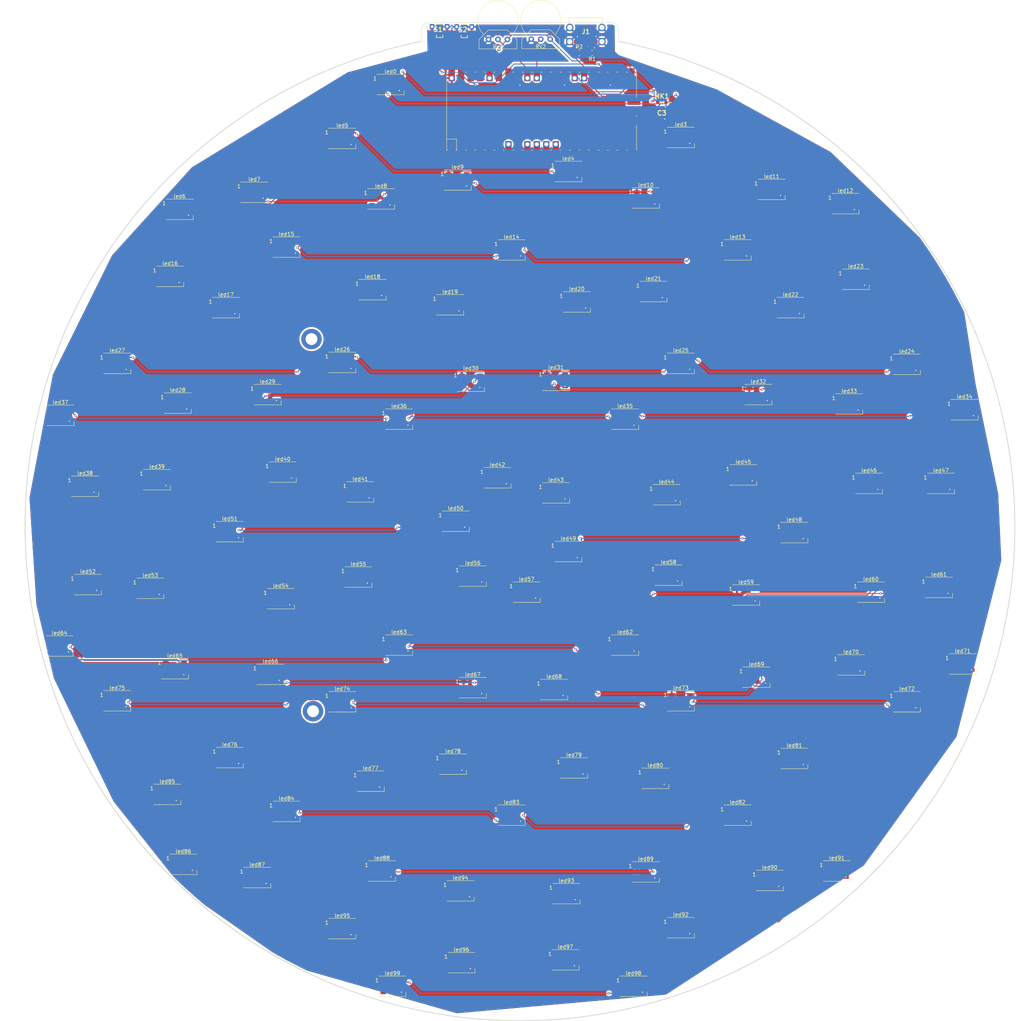
<source format=kicad_pcb>
(kicad_pcb (version 20211014) (generator pcbnew)
  (layers (0 "F.Cu" signal) (31 "B.Cu" signal) (34 "B.Paste" user) (35 "F.Paste" user) (36 "B.SilkS" user "B.Silkscreen") (37 "F.SilkS" user "F.Silkscreen") (38 "B.Mask" user) (39 "F.Mask" user) (44 "Edge.Cuts" user))
  (net 0 "")
  (net 1 "GND")
  (net 2 "5V")
  (net 3 "3V3")
  (net 4 "Net-(J1-PadA5)")
  (net 5 "Net-(J1-PadB5)")
  (net 6 "POT1_ADC")
  (net 7 "POT2_ADC")
  (net 8 "BTN_1")
  (net 10 "BTN_2")
  (net 12 "LED_CLK_1")
  (net 13 "LED_DATA_1")
  (net 25 "PDM_DATA")
  (net 26 "PDM_CLK")
  (net 36 "LINK03")
  (net 37 "LINK05")
  (net 38 "LINK06")
  (net 39 "LINK07")
  (net 40 "LINK08")
  (net 41 "LINK09")
  (net 42 "LINK10")
  (net 43 "LINK11")
  (net 44 "LINK12")
  (net 45 "LINK13")
  (net 46 "LINK14")
  (net 47 "LINK15")
  (net 48 "LINK16")
  (net 49 "LINK17")
  (net 50 "LINK18")
  (net 51 "LINK19")
  (net 52 "LINK20")
  (net 53 "LINK21")
  (net 54 "LINK22")
  (net 55 "LINK23")
  (net 56 "LINK24")
  (net 57 "LINK25")
  (net 58 "LINK26")
  (net 59 "LINK27")
  (net 60 "LINK28")
  (net 61 "LINK29")
  (net 62 "LINK30")
  (net 63 "LINK31")
  (net 64 "LINK32")
  (net 65 "LINK33")
  (net 66 "LINK34")
  (net 67 "LINK35")
  (net 68 "LINK36")
  (net 69 "LINK37")
  (net 70 "LINK38")
  (net 71 "LINK39")
  (net 72 "LINK40")
  (net 73 "LINK41")
  (net 74 "LINK42")
  (net 75 "LINK43")
  (net 76 "LINK44")
  (net 77 "LINK45")
  (net 78 "LINK46")
  (net 79 "LINK47")
  (net 80 "LINK48")
  (net 81 "LINK49")
  (net 82 "LINK50")
  (net 83 "LINK51")
  (net 84 "LINK52")
  (net 85 "LINK53")
  (net 86 "LINK54")
  (net 87 "LINK55")
  (net 88 "LINK56")
  (net 89 "LINK57")
  (net 90 "LINK58")
  (net 91 "LINK59")
  (net 92 "LINK60")
  (net 93 "LINK61")
  (net 94 "LINK62")
  (net 95 "LINK63")
  (net 96 "LINK64")
  (net 97 "LINK65")
  (net 98 "LINK66")
  (net 99 "LINK67")
  (net 100 "LINK68")
  (net 101 "LINK69")
  (net 102 "LINK70")
  (net 103 "LINK71")
  (net 104 "LINK72")
  (net 105 "LINK73")
  (net 106 "LINK74")
  (net 107 "LINK75")
  (net 108 "LINK76")
  (net 109 "LINK77")
  (net 110 "LINK78")
  (net 111 "LINK79")
  (net 112 "LINK80")
  (net 113 "LINK81")
  (net 114 "LINK82")
  (net 115 "LINK83")
  (net 116 "LINK84")
  (net 117 "LINK85")
  (net 118 "LINK86")
  (net 119 "LINK87")
  (net 120 "LINK88")
  (net 121 "LINK89")
  (net 122 "LINK90")
  (net 123 "LINK91")
  (net 124 "LINK92")
  (net 125 "LINK93")
  (net 126 "LINK94")
  (net 127 "LINK95")
  (net 128 "LINK96")
  (net 129 "LINK97")
  (net 130 "LINK98")
  (net 131 "LINK99")
  (net 132 "LINK100")
  (net 142 "LINK04")
  (footprint "LED_WS2812B_PLCC4_5.0x5.0mm_P3.2mm" (layer "F.Cu") (at 29.21 141.986)
    (fp_text reference "led53")
    (fp_text value "LED_WS2812B_PLCC4_5.0x5.0mm_P3.2mm")
  )
  (footprint "LED_WS2812B_PLCC4_5.0x5.0mm_P3.2mm" (layer "F.Cu") (at 143.764 65.024)
    (fp_text reference "led20")
    (fp_text value "LED_WS2812B_PLCC4_5.0x5.0mm_P3.2mm")
  )
  (footprint "LED_WS2812B_PLCC4_5.0x5.0mm_P3.2mm" (layer "F.Cu") (at 126.238 202.946)
    (fp_text reference "led83")
    (fp_text value "LED_WS2812B_PLCC4_5.0x5.0mm_P3.2mm")
  )
  (footprint "LED_WS2812B_PLCC4_5.0x5.0mm_P3.2mm" (layer "F.Cu") (at 33.782 197.358)
    (fp_text reference "led85")
    (fp_text value "LED_WS2812B_PLCC4_5.0x5.0mm_P3.2mm")
  )
  (footprint "LED_WS2812B_PLCC4_5.0x5.0mm_P3.2mm" (layer "F.Cu") (at 186.944 202.946)
    (fp_text reference "led82")
    (fp_text value "LED_WS2812B_PLCC4_5.0x5.0mm_P3.2mm")
  )
  (footprint "LED_WS2812B_PLCC4_5.0x5.0mm_P3.2mm" (layer "F.Cu") (at 156.718 157.226)
    (fp_text reference "led62")
    (fp_text value "LED_WS2812B_PLCC4_5.0x5.0mm_P3.2mm")
  )
  (footprint "LED_WS2812B_PLCC4_5.0x5.0mm_P3.2mm" (layer "F.Cu") (at 202.184 187.706)
    (fp_text reference "led81")
    (fp_text value "LED_WS2812B_PLCC4_5.0x5.0mm_P3.2mm")
  )
  (footprint "LED_WS2812B_PLCC4_5.0x5.0mm_P3.2mm" (layer "F.Cu") (at 192.024 165.862)
    (fp_text reference "led69")
    (fp_text value "LED_WS2812B_PLCC4_5.0x5.0mm_P3.2mm")
  )
  (footprint "LED_WS2812B_PLCC4_5.0x5.0mm_P3.2mm" (layer "F.Cu") (at 196.088 34.798)
    (fp_text reference "led11")
    (fp_text value "LED_WS2812B_PLCC4_5.0x5.0mm_P3.2mm")
  )
  (footprint "LED_WS2812B_PLCC4_5.0x5.0mm_P3.2mm" (layer "F.Cu") (at 138.176 116.332)
    (fp_text reference "led43")
    (fp_text value "LED_WS2812B_PLCC4_5.0x5.0mm_P3.2mm")
  )
  (footprint "LED_WS2812B_PLCC4_5.0x5.0mm_P3.2mm" (layer "F.Cu") (at 88.392 193.802)
    (fp_text reference "led77")
    (fp_text value "LED_WS2812B_PLCC4_5.0x5.0mm_P3.2mm")
  )
  (footprint "LED_WS2812B_PLCC4_5.0x5.0mm_P3.2mm" (layer "F.Cu") (at 80.772 21.082)
    (fp_text reference "led5")
    (fp_text value "LED_WS2812B_PLCC4_5.0x5.0mm_P3.2mm")
  )
  (footprint "LED_WS2812B_PLCC4_5.0x5.0mm_P3.2mm" (layer "F.Cu") (at 91.186 37.338)
    (fp_text reference "led8")
    (fp_text value "LED_WS2812B_PLCC4_5.0x5.0mm_P3.2mm")
  )
  (footprint "LED_WS2812B_PLCC4_5.0x5.0mm_P3.2mm" (layer "F.Cu") (at 50.546 126.746)
    (fp_text reference "led51")
    (fp_text value "LED_WS2812B_PLCC4_5.0x5.0mm_P3.2mm")
  )
  (footprint "LED_WS2812B_PLCC4_5.0x5.0mm_P3.2mm" (layer "F.Cu") (at 20.32 81.534)
    (fp_text reference "led27")
    (fp_text value "LED_WS2812B_PLCC4_5.0x5.0mm_P3.2mm")
  )
  (footprint "LED_WS2812B_PLCC4_5.0x5.0mm_P3.2mm" (layer "F.Cu") (at 189.23 143.764)
    (fp_text reference "led59")
    (fp_text value "LED_WS2812B_PLCC4_5.0x5.0mm_P3.2mm")
  )
  (footprint "LED_WS2812B_PLCC4_5.0x5.0mm_P3.2mm" (layer "F.Cu") (at 65.786 201.93)
    (fp_text reference "led84")
    (fp_text value "LED_WS2812B_PLCC4_5.0x5.0mm_P3.2mm")
  )
  (footprint "SamacSys_Parts:EVQ-9P701P" (layer "F.Cu") (at 106.91 -8.16)
    (fp_text reference "S1")
    (fp_text value "EVQ-9P701P" hide)
  )
  (footprint "LED_WS2812B_PLCC4_5.0x5.0mm_P3.2mm" (layer "F.Cu") (at 164.338 62.23)
    (fp_text reference "led21")
    (fp_text value "LED_WS2812B_PLCC4_5.0x5.0mm_P3.2mm")
  )
  (footprint "LED_WS2812B_PLCC4_5.0x5.0mm_P3.2mm" (layer "F.Cu") (at 140.716 241.808)
    (fp_text reference "led97")
    (fp_text value "LED_WS2812B_PLCC4_5.0x5.0mm_P3.2mm")
  )
  (footprint "LED_WS2812B_PLCC4_5.0x5.0mm_P3.2mm" (layer "F.Cu") (at 111.252 123.952)
    (fp_text reference "led50")
    (fp_text value "LED_WS2812B_PLCC4_5.0x5.0mm_P3.2mm")
  )
  (footprint "LED_WS2812B_PLCC4_5.0x5.0mm_P3.2mm" (layer "F.Cu") (at 167.894 116.84)
    (fp_text reference "led44")
    (fp_text value "LED_WS2812B_PLCC4_5.0x5.0mm_P3.2mm")
  )
  (footprint "LED_WS2812B_PLCC4_5.0x5.0mm_P3.2mm" (layer "F.Cu") (at 126.238 51.054)
    (fp_text reference "led14")
    (fp_text value "LED_WS2812B_PLCC4_5.0x5.0mm_P3.2mm")
  )
  (footprint "LED_WS2812B_PLCC4_5.0x5.0mm_P3.2mm" (layer "F.Cu") (at 64.77 110.744)
    (fp_text reference "led40")
    (fp_text value "LED_WS2812B_PLCC4_5.0x5.0mm_P3.2mm")
  )
  (footprint "LED_WS2812B_PLCC4_5.0x5.0mm_P3.2mm" (layer "F.Cu") (at 35.814 163.576)
    (fp_text reference "led65")
    (fp_text value "LED_WS2812B_PLCC4_5.0x5.0mm_P3.2mm")
  )
  (footprint "LED_WS2812B_PLCC4_5.0x5.0mm_P3.2mm" (layer "F.Cu") (at 5.08 95.504)
    (fp_text reference "led37")
    (fp_text value "LED_WS2812B_PLCC4_5.0x5.0mm_P3.2mm")
  )
  (footprint "Resistor_SMD:R_0805_2012Metric" (layer "F.Cu") (at 147.89 -1.91 180)
    (fp_text reference "R1")
    (fp_text value "R_US")
  )
  (footprint "LED_WS2812B_PLCC4_5.0x5.0mm_P3.2mm" (layer "F.Cu") (at 12.446 140.97)
    (fp_text reference "led52")
    (fp_text value "LED_WS2812B_PLCC4_5.0x5.0mm_P3.2mm")
  )
  (footprint "LED_WS2812B_PLCC4_5.0x5.0mm_P3.2mm" (layer "F.Cu") (at 65.786 50.292)
    (fp_text reference "led15")
    (fp_text value "LED_WS2812B_PLCC4_5.0x5.0mm_P3.2mm")
  )
  (footprint "Varistor:3352T-1-104LF" (layer "F.Cu") (at 134.08 -5.5859)
    (fp_text reference "RV2")
    (fp_text value "R_Potentiometer")
  )
  (footprint "LED_WS2812B_PLCC4_5.0x5.0mm_P3.2mm" (layer "F.Cu") (at 202.184 127)
    (fp_text reference "led48")
    (fp_text value "LED_WS2812B_PLCC4_5.0x5.0mm_P3.2mm")
  )
  (footprint "LED_WS2812B_PLCC4_5.0x5.0mm_P3.2mm" (layer "F.Cu") (at 216.916 92.456)
    (fp_text reference "led33")
    (fp_text value "LED_WS2812B_PLCC4_5.0x5.0mm_P3.2mm")
  )
  (footprint "LED_WS2812B_PLCC4_5.0x5.0mm_P3.2mm" (layer "F.Cu") (at 143.002 190.246)
    (fp_text reference "led79")
    (fp_text value "LED_WS2812B_PLCC4_5.0x5.0mm_P3.2mm")
  )
  (footprint "LED_WS2812B_PLCC4_5.0x5.0mm_P3.2mm" (layer "F.Cu") (at 30.988 112.776)
    (fp_text reference "led39")
    (fp_text value "LED_WS2812B_PLCC4_5.0x5.0mm_P3.2mm")
  )
  (footprint "LED_WS2812B_PLCC4_5.0x5.0mm_P3.2mm" (layer "F.Cu") (at 201.168 66.548)
    (fp_text reference "led22")
    (fp_text value "LED_WS2812B_PLCC4_5.0x5.0mm_P3.2mm")
  )
  (footprint "LED_WS2812B_PLCC4_5.0x5.0mm_P3.2mm" (layer "F.Cu") (at 171.704 81.534)
    (fp_text reference "led25")
    (fp_text value "LED_WS2812B_PLCC4_5.0x5.0mm_P3.2mm")
  )
  (footprint "" (layer "F.Cu") (at 72.92 175)
    (fp_text reference "")
    (fp_text value "")
  )
  (footprint "LED_WS2812B_PLCC4_5.0x5.0mm_P3.2mm" (layer "F.Cu") (at 34.544 58.166)
    (fp_text reference "led16")
    (fp_text value "LED_WS2812B_PLCC4_5.0x5.0mm_P3.2mm")
  )
  (footprint "LED_WS2812B_PLCC4_5.0x5.0mm_P3.2mm" (layer "F.Cu") (at 232.41 172.466)
    (fp_text reference "led72")
    (fp_text value "LED_WS2812B_PLCC4_5.0x5.0mm_P3.2mm")
  )
  (footprint "LED_WS2812B_PLCC4_5.0x5.0mm_P3.2mm" (layer "F.Cu") (at 80.772 172.466)
    (fp_text reference "led74")
    (fp_text value "LED_WS2812B_PLCC4_5.0x5.0mm_P3.2mm")
  )
  (footprint "LED_WS2812B_PLCC4_5.0x5.0mm_P3.2mm" (layer "F.Cu") (at 80.772 233.426)
    (fp_text reference "led95")
    (fp_text value "LED_WS2812B_PLCC4_5.0x5.0mm_P3.2mm")
  )
  (footprint "LED_WS2812B_PLCC4_5.0x5.0mm_P3.2mm" (layer "F.Cu") (at 222.25 113.792)
    (fp_text reference "led46")
    (fp_text value "LED_WS2812B_PLCC4_5.0x5.0mm_P3.2mm")
  )
  (footprint "LED_WS2812B_PLCC4_5.0x5.0mm_P3.2mm" (layer "F.Cu") (at 188.468 111.506)
    (fp_text reference "led45")
    (fp_text value "LED_WS2812B_PLCC4_5.0x5.0mm_P3.2mm")
  )
  (footprint "LED_WS2812B_PLCC4_5.0x5.0mm_P3.2mm" (layer "F.Cu") (at 130.302 143.002)
    (fp_text reference "led57")
    (fp_text value "LED_WS2812B_PLCC4_5.0x5.0mm_P3.2mm")
  )
  (footprint "LED_WS2812B_PLCC4_5.0x5.0mm_P3.2mm" (layer "F.Cu") (at 156.718 96.52)
    (fp_text reference "led35")
    (fp_text value "LED_WS2812B_PLCC4_5.0x5.0mm_P3.2mm")
  )
  (footprint "LED_WS2812B_PLCC4_5.0x5.0mm_P3.2mm" (layer "F.Cu") (at 159.004 248.92)
    (fp_text reference "led98")
    (fp_text value "LED_WS2812B_PLCC4_5.0x5.0mm_P3.2mm")
  )
  (footprint "LED_WS2812B_PLCC4_5.0x5.0mm_P3.2mm" (layer "F.Cu") (at 91.44 217.932)
    (fp_text reference "led88")
    (fp_text value "LED_WS2812B_PLCC4_5.0x5.0mm_P3.2mm")
  )
  (footprint "LED_WS2812B_PLCC4_5.0x5.0mm_P3.2mm" (layer "F.Cu") (at 141.478 132.08)
    (fp_text reference "led49")
    (fp_text value "LED_WS2812B_PLCC4_5.0x5.0mm_P3.2mm")
  )
  (footprint "LED_WS2812B_PLCC4_5.0x5.0mm_P3.2mm" (layer "F.Cu") (at 80.772 81.28)
    (fp_text reference "led26")
    (fp_text value "LED_WS2812B_PLCC4_5.0x5.0mm_P3.2mm")
  )
  (footprint "LED_WS2812B_PLCC4_5.0x5.0mm_P3.2mm" (layer "F.Cu") (at 162.306 37.084)
    (fp_text reference "led10")
    (fp_text value "LED_WS2812B_PLCC4_5.0x5.0mm_P3.2mm")
  )
  (footprint "LED_WS2812B_PLCC4_5.0x5.0mm_P3.2mm" (layer "F.Cu") (at 247.396 162.306)
    (fp_text reference "led71")
    (fp_text value "LED_WS2812B_PLCC4_5.0x5.0mm_P3.2mm")
  )
  (footprint "LED_WS2812B_PLCC4_5.0x5.0mm_P3.2mm" (layer "F.Cu") (at 109.728 65.786)
    (fp_text reference "led19")
    (fp_text value "LED_WS2812B_PLCC4_5.0x5.0mm_P3.2mm")
  )
  (footprint "LED_WS2812B_PLCC4_5.0x5.0mm_P3.2mm" (layer "F.Cu") (at 247.904 93.98)
    (fp_text reference "led34")
    (fp_text value "LED_WS2812B_PLCC4_5.0x5.0mm_P3.2mm")
  )
  (footprint "LED_WS2812B_PLCC4_5.0x5.0mm_P3.2mm" (layer "F.Cu") (at 122.428 112.268)
    (fp_text reference "led42")
    (fp_text value "LED_WS2812B_PLCC4_5.0x5.0mm_P3.2mm")
  )
  (footprint "LED_WS2812B_PLCC4_5.0x5.0mm_P3.2mm" (layer "F.Cu") (at 96.012 96.52)
    (fp_text reference "led36")
    (fp_text value "LED_WS2812B_PLCC4_5.0x5.0mm_P3.2mm")
  )
  (footprint "SamacSys_Parts:USB4125GFA0190" (layer "F.Cu") (at 146.19 -7.93 180)
    (fp_text reference "J1")
    (fp_text value "USB4125-GF-A-0190" hide)
  )
  (footprint "LED_WS2812B_PLCC4_5.0x5.0mm_P3.2mm" (layer "F.Cu") (at 186.944 51.054)
    (fp_text reference "led13")
    (fp_text value "LED_WS2812B_PLCC4_5.0x5.0mm_P3.2mm")
  )
  (footprint "LED_WS2812B_PLCC4_5.0x5.0mm_P3.2mm" (layer "F.Cu") (at 36.576 92.202)
    (fp_text reference "led28")
    (fp_text value "LED_WS2812B_PLCC4_5.0x5.0mm_P3.2mm")
  )
  (footprint "LED_WS2812B_PLCC4_5.0x5.0mm_P3.2mm" (layer "F.Cu") (at 213.614 217.932)
    (fp_text reference "led91")
    (fp_text value "LED_WS2812B_PLCC4_5.0x5.0mm_P3.2mm")
  )
  (footprint "Varistor:3352T-1-104LF" (layer "F.Cu") (at 122.59 -5.5159)
    (fp_text reference "RV1")
    (fp_text value "R_Potentiometer")
  )
  (footprint "LED_WS2812B_PLCC4_5.0x5.0mm_P3.2mm" (layer "F.Cu") (at 137.668 169.164)
    (fp_text reference "led68")
    (fp_text value "LED_WS2812B_PLCC4_5.0x5.0mm_P3.2mm")
  )
  (footprint "LED_WS2812B_PLCC4_5.0x5.0mm_P3.2mm" (layer "F.Cu") (at 49.53 66.548)
    (fp_text reference "led17")
    (fp_text value "LED_WS2812B_PLCC4_5.0x5.0mm_P3.2mm")
  )
  (footprint "LED_WS2812B_PLCC4_5.0x5.0mm_P3.2mm" (layer "F.Cu") (at 110.49 189.23)
    (fp_text reference "led78")
    (fp_text value "LED_WS2812B_PLCC4_5.0x5.0mm_P3.2mm")
  )
  (footprint "LED_WS2812B_PLCC4_5.0x5.0mm_P3.2mm" (layer "F.Cu") (at 115.824 168.656)
    (fp_text reference "led67")
    (fp_text value "LED_WS2812B_PLCC4_5.0x5.0mm_P3.2mm")
  )
  (footprint "LED_WS2812B_PLCC4_5.0x5.0mm_P3.2mm" (layer "F.Cu") (at 94.234 248.92)
    (fp_text reference "led99")
    (fp_text value "LED_WS2812B_PLCC4_5.0x5.0mm_P3.2mm")
  )
  (footprint "LED_WS2812B_PLCC4_5.0x5.0mm_P3.2mm" (layer "F.Cu") (at 138.176 86.106)
    (fp_text reference "led31")
    (fp_text value "LED_WS2812B_PLCC4_5.0x5.0mm_P3.2mm")
  )
  (footprint "LED_WS2812B_PLCC4_5.0x5.0mm_P3.2mm" (layer "F.Cu") (at 218.694 58.928)
    (fp_text reference "led23")
    (fp_text value "LED_WS2812B_PLCC4_5.0x5.0mm_P3.2mm")
  )
  (footprint "LED_WS2812B_PLCC4_5.0x5.0mm_P3.2mm" (layer "F.Cu") (at 37.084 40.132)
    (fp_text reference "led6")
    (fp_text value "LED_WS2812B_PLCC4_5.0x5.0mm_P3.2mm")
  )
  (footprint "LED_WS2812B_PLCC4_5.0x5.0mm_P3.2mm" (layer "F.Cu") (at 140.97 224.028)
    (fp_text reference "led93")
    (fp_text value "LED_WS2812B_PLCC4_5.0x5.0mm_P3.2mm")
  )
  (footprint "LED_WS2812B_PLCC4_5.0x5.0mm_P3.2mm" (layer "F.Cu") (at 85.598 116.078)
    (fp_text reference "led41")
    (fp_text value "LED_WS2812B_PLCC4_5.0x5.0mm_P3.2mm")
  )
  (footprint "LED_WS2812B_PLCC4_5.0x5.0mm_P3.2mm" (layer "F.Cu") (at 217.424 162.56)
    (fp_text reference "led70")
    (fp_text value "LED_WS2812B_PLCC4_5.0x5.0mm_P3.2mm")
  )
  (footprint "SamacSys_Parts:RPi_Pico_SMD_TH_removes2" (layer "F.Cu") (at 134.3 13.76 90)
    (fp_text reference "U1" hide)
    (fp_text value "Pico")
  )
  (footprint "LED_WS2812B_PLCC4_5.0x5.0mm_P3.2mm" (layer "F.Cu") (at 50.546 187.452)
    (fp_text reference "led76")
    (fp_text value "LED_WS2812B_PLCC4_5.0x5.0mm_P3.2mm")
  )
  (footprint "LED_WS2812B_PLCC4_5.0x5.0mm_P3.2mm" (layer "F.Cu") (at 93.726 6.604)
    (fp_text reference "led0")
    (fp_text value "LED_WS2812B_PLCC4_5.0x5.0mm_P3.2mm")
  )
  (footprint "LED_WS2812B_PLCC4_5.0x5.0mm_P3.2mm" (layer "F.Cu") (at 222.758 143.002)
    (fp_text reference "led60")
    (fp_text value "LED_WS2812B_PLCC4_5.0x5.0mm_P3.2mm")
  )
  (footprint "LED_WS2812B_PLCC4_5.0x5.0mm_P3.2mm" (layer "F.Cu") (at 57.15 35.56)
    (fp_text reference "led7")
    (fp_text value "LED_WS2812B_PLCC4_5.0x5.0mm_P3.2mm")
  )
  (footprint "LED_WS2812B_PLCC4_5.0x5.0mm_P3.2mm" (layer "F.Cu") (at 171.704 172.212)
    (fp_text reference "led73")
    (fp_text value "LED_WS2812B_PLCC4_5.0x5.0mm_P3.2mm")
  )
  (footprint "LED_WS2812B_PLCC4_5.0x5.0mm_P3.2mm" (layer "F.Cu") (at 215.9 38.608)
    (fp_text reference "led12")
    (fp_text value "LED_WS2812B_PLCC4_5.0x5.0mm_P3.2mm")
  )
  (footprint "LED_WS2812B_PLCC4_5.0x5.0mm_P3.2mm" (layer "F.Cu") (at 61.468 165.1)
    (fp_text reference "led66")
    (fp_text value "LED_WS2812B_PLCC4_5.0x5.0mm_P3.2mm")
  )
  (footprint "LED_WS2812B_PLCC4_5.0x5.0mm_P3.2mm" (layer "F.Cu") (at 112.776 242.57)
    (fp_text reference "led96")
    (fp_text value "LED_WS2812B_PLCC4_5.0x5.0mm_P3.2mm")
  )
  (footprint "LED_WS2812B_PLCC4_5.0x5.0mm_P3.2mm" (layer "F.Cu") (at 141.478 29.972)
    (fp_text reference "led4")
    (fp_text value "LED_WS2812B_PLCC4_5.0x5.0mm_P3.2mm")
  )
  (footprint "LED_WS2812B_PLCC4_5.0x5.0mm_P3.2mm" (layer "F.Cu") (at 112.522 223.266)
    (fp_text reference "led94")
    (fp_text value "LED_WS2812B_PLCC4_5.0x5.0mm_P3.2mm")
  )
  (footprint "LED_WS2812B_PLCC4_5.0x5.0mm_P3.2mm" (layer "F.Cu") (at 195.58 220.472)
    (fp_text reference "led90")
    (fp_text value "LED_WS2812B_PLCC4_5.0x5.0mm_P3.2mm")
  )
  (footprint "LED_WS2812B_PLCC4_5.0x5.0mm_P3.2mm" (layer "F.Cu") (at 85.09 138.938)
    (fp_text reference "led55")
    (fp_text value "LED_WS2812B_PLCC4_5.0x5.0mm_P3.2mm")
  )
  (footprint "LED_WS2812B_PLCC4_5.0x5.0mm_P3.2mm" (layer "F.Cu") (at 241.554 113.792)
    (fp_text reference "led47")
    (fp_text value "LED_WS2812B_PLCC4_5.0x5.0mm_P3.2mm")
  )
  (footprint "LED_WS2812B_PLCC4_5.0x5.0mm_P3.2mm" (layer "F.Cu") (at 38.1 216.154)
    (fp_text reference "led86")
    (fp_text value "LED_WS2812B_PLCC4_5.0x5.0mm_P3.2mm")
  )
  (footprint "LED_WS2812B_PLCC4_5.0x5.0mm_P3.2mm" (layer "F.Cu") (at 88.9 61.722)
    (fp_text reference "led18")
    (fp_text value "LED_WS2812B_PLCC4_5.0x5.0mm_P3.2mm")
  )
  (footprint "LED_WS2812B_PLCC4_5.0x5.0mm_P3.2mm" (layer "F.Cu") (at 171.704 233.172)
    (fp_text reference "led92")
    (fp_text value "LED_WS2812B_PLCC4_5.0x5.0mm_P3.2mm")
  )
  (footprint "LED_WS2812B_PLCC4_5.0x5.0mm_P3.2mm" (layer "F.Cu") (at 111.76 32.258)
    (fp_text reference "led9")
    (fp_text value "LED_WS2812B_PLCC4_5.0x5.0mm_P3.2mm")
  )
  (footprint "LED_WS2812B_PLCC4_5.0x5.0mm_P3.2mm" (layer "F.Cu") (at 162.306 218.186)
    (fp_text reference "led89")
    (fp_text value "LED_WS2812B_PLCC4_5.0x5.0mm_P3.2mm")
  )
  (footprint "LED_WS2812B_PLCC4_5.0x5.0mm_P3.2mm" (layer "F.Cu") (at 11.684 114.554)
    (fp_text reference "led38")
    (fp_text value "LED_WS2812B_PLCC4_5.0x5.0mm_P3.2mm")
  )
  (footprint "LED_WS2812B_PLCC4_5.0x5.0mm_P3.2mm" (layer "F.Cu") (at 57.912 219.71)
    (fp_text reference "led87")
    (fp_text value "LED_WS2812B_PLCC4_5.0x5.0mm_P3.2mm")
  )
  (footprint "LED_WS2812B_PLCC4_5.0x5.0mm_P3.2mm" (layer "F.Cu") (at 192.532 89.916)
    (fp_text reference "led32")
    (fp_text value "LED_WS2812B_PLCC4_5.0x5.0mm_P3.2mm")
  )
  (footprint "LED_WS2812B_PLCC4_5.0x5.0mm_P3.2mm" (layer "F.Cu") (at 96.012 157.226)
    (fp_text reference "led63")
    (fp_text value "LED_WS2812B_PLCC4_5.0x5.0mm_P3.2mm")
  )
  (footprint "" (layer "F.Cu") (at 72.5 75)
    (fp_text reference "")
    (fp_text value "")
  )
  (footprint "LED_WS2812B_PLCC4_5.0x5.0mm_P3.2mm" (layer "F.Cu") (at 171.704 20.828)
    (fp_text reference "led3")
    (fp_text value "LED_WS2812B_PLCC4_5.0x5.0mm_P3.2mm")
  )
  (footprint "LED_WS2812B_PLCC4_5.0x5.0mm_P3.2mm" (layer "F.Cu") (at 168.402 138.43)
    (fp_text reference "led58")
    (fp_text value "LED_WS2812B_PLCC4_5.0x5.0mm_P3.2mm")
  )
  (footprint "LED_WS2812B_PLCC4_5.0x5.0mm_P3.2mm" (layer "F.Cu") (at 164.846 193.04)
    (fp_text reference "led80")
    (fp_text value "LED_WS2812B_PLCC4_5.0x5.0mm_P3.2mm")
  )
  (footprint "Resistor_SMD:R_0805_2012Metric" (layer "F.Cu") (at 144.43 -1.9)
    (fp_text reference "R2")
    (fp_text value "R_US")
  )
  (footprint "SamacSys_Parts:CMM4737DT26186TR" (layer "F.Cu") (at 166.57 9.74 180)
    (fp_text reference "MK1")
    (fp_text value "CMM-4737DT-26186-TR" hide)
  )
  (footprint "LED_WS2812B_PLCC4_5.0x5.0mm_P3.2mm" (layer "F.Cu") (at 115.316 86.36)
    (fp_text reference "led30")
    (fp_text value "LED_WS2812B_PLCC4_5.0x5.0mm_P3.2mm")
  )
  (footprint "LED_WS2812B_PLCC4_5.0x5.0mm_P3.2mm" (layer "F.Cu") (at 20.32 172.212)
    (fp_text reference "led75")
    (fp_text value "LED_WS2812B_PLCC4_5.0x5.0mm_P3.2mm")
  )
  (footprint "LED_WS2812B_PLCC4_5.0x5.0mm_P3.2mm" (layer "F.Cu") (at 241.046 141.732)
    (fp_text reference "led61")
    (fp_text value "LED_WS2812B_PLCC4_5.0x5.0mm_P3.2mm")
  )
  (footprint "LED_WS2812B_PLCC4_5.0x5.0mm_P3.2mm" (layer "F.Cu") (at 232.41 81.788)
    (fp_text reference "led24")
    (fp_text value "LED_WS2812B_PLCC4_5.0x5.0mm_P3.2mm")
  )
  (footprint "LED_WS2812B_PLCC4_5.0x5.0mm_P3.2mm" (layer "F.Cu") (at 64.262 144.78)
    (fp_text reference "led54")
    (fp_text value "LED_WS2812B_PLCC4_5.0x5.0mm_P3.2mm")
  )
  (footprint "SamacSys_Parts:CAPC2012X88N" (layer "F.Cu") (at 166.59 14.28)
    (fp_text reference "C3")
    (fp_text value "C0805C104M5RAC" hide)
  )
  (footprint "LED_WS2812B_PLCC4_5.0x5.0mm_P3.2mm" (layer "F.Cu") (at 4.826 157.48)
    (fp_text reference "led64")
    (fp_text value "LED_WS2812B_PLCC4_5.0x5.0mm_P3.2mm")
  )
  (footprint "LED_WS2812B_PLCC4_5.0x5.0mm_P3.2mm" (layer "F.Cu") (at 115.824 138.684)
    (fp_text reference "led56")
    (fp_text value "LED_WS2812B_PLCC4_5.0x5.0mm_P3.2mm")
  )
  (footprint "LED_WS2812B_PLCC4_5.0x5.0mm_P3.2mm" (layer "F.Cu") (at 60.706 89.916)
    (fp_text reference "led29")
    (fp_text value "LED_WS2812B_PLCC4_5.0x5.0mm_P3.2mm")
  )
  (footprint "SamacSys_Parts:EVQ-9P701P" (layer "F.Cu") (at 113.52 -8.09)
    (fp_text reference "S2")
    (fp_text value "EVQ-9P701P" hide)
  )
  (gr_arc (start 102 -8) (mid 102.585786 -9.414214) (end 104 -10) (layer "Edge.Cuts") (width 0.1))
  (gr_line (start 155 -8) (end 155 -5) (layer "Edge.Cuts") (width 0.1))
  (gr_arc (start 155 -5) (mid 128.5 258.171732) (end 102 -5) (layer "Edge.Cuts") (width 0.2))
  (gr_arc (start 153 -10) (mid 154.414214 -9.414214) (end 155 -8) (layer "Edge.Cuts") (width 0.1))
  (gr_line (start 102 -5) (end 102 -8) (layer "Edge.Cuts") (width 0.1))
  (gr_line (start 104 -10) (end 153 -10) (layer "Edge.Cuts") (width 0.1))
  (segment (start 87.998 117.678) (end 88.048 117.678) (width 0.25) (layer "F.Cu") (net 1))
  (segment (start 128.638 204.546) (end 128.688 204.546) (width 0.25) (layer "F.Cu") (net 1))
  (segment (start 143.37 225.628) (end 143.42 225.628) (width 0.25) (layer "F.Cu") (net 1))
  (segment (start 66.662 146.38) (end 66.712 146.38) (width 0.25) (layer "F.Cu") (net 1))
  (segment (start 189.344 204.546) (end 189.394 204.546) (width 0.25) (layer "F.Cu") (net 1))
  (segment (start 96.126 8.204) (end 96.176 8.204) (width 0.25) (layer "F.Cu") (net 1))
  (segment (start 115.176 244.17) (end 115.226 244.17) (width 0.25) (layer "F.Cu") (net 1))
  (segment (start 132.702 144.602) (end 132.752 144.602) (width 0.25) (layer "F.Cu") (net 1))
  (segment (start 218.3 40.208) (end 218.35 40.208) (width 0.25) (layer "F.Cu") (net 1))
  (segment (start 118.224 170.256) (end 118.274 170.256) (width 0.25) (layer "F.Cu") (net 1))
  (segment (start 143.44 -5.8161) (end 143.44 -4.85) (width 0.25) (layer "F.Cu") (net 1))
  (segment (start 83.172 235.026) (end 83.222 235.026) (width 0.25) (layer "F.Cu") (net 1))
  (segment (start 174.104 22.428) (end 174.154 22.428) (width 0.25) (layer "F.Cu") (net 1))
  (segment (start 36.944 59.766) (end 36.994 59.766) (width 0.25) (layer "F.Cu") (net 1))
  (segment (start 152.7865 6.7537) (end 153.35 6.1902) (width 0.25) (layer "F.Cu") (net 1))
  (segment (start 68.186 51.892) (end 68.236 51.892) (width 0.25) (layer "F.Cu") (net 1))
  (segment (start 112.128 67.386) (end 112.178 67.386) (width 0.25) (layer "F.Cu") (net 1))
  (segment (start 113.652 125.552) (end 113.702 125.552) (width 0.25) (layer "F.Cu") (net 1))
  (segment (start 52.946 128.346) (end 52.996 128.346) (width 0.25) (layer "F.Cu") (net 1))
  (segment (start 140.068 170.764) (end 140.118 170.764) (width 0.25) (layer "F.Cu") (net 1))
  (segment (start 14.846 142.57) (end 14.896 142.57) (width 0.25) (layer "F.Cu") (net 1))
  (segment (start 143.878 133.68) (end 143.928 133.68) (width 0.25) (layer "F.Cu") (net 1))
  (segment (start 148.5516 -3.268) (end 148.8025 -3.0171) (width 0.25) (layer "F.Cu") (net 1))
  (segment (start 204.584 189.306) (end 204.634 189.306) (width 0.25) (layer "F.Cu") (net 1))
  (segment (start 128.638 52.654) (end 128.688 52.654) (width 0.25) (layer "F.Cu") (net 1))
  (segment (start 40.5 217.754) (end 40.55 217.754) (width 0.25) (layer "F.Cu") (net 1))
  (segment (start 63.868 166.7) (end 63.918 166.7) (width 0.25) (layer "F.Cu") (net 1))
  (segment (start 124.828 113.868) (end 124.878 113.868) (width 0.25) (layer "F.Cu") (net 1))
  (segment (start 127.95 6.1998) (end 127.95 4.87) (width 0.25) (layer "F.Cu") (net 1))
  (segment (start 51.93 68.148) (end 51.98 68.148) (width 0.25) (layer "F.Cu") (net 1))
  (segment (start 243.954 115.392) (end 244.004 115.392) (width 0.25) (layer "F.Cu") (net 1))
  (segment (start 31.61 143.586) (end 31.66 143.586) (width 0.25) (layer "F.Cu") (net 1))
  (segment (start 140.576 87.706) (end 140.626 87.706) (width 0.25) (layer "F.Cu") (net 1))
  (segment (start 114.16 33.858) (end 114.21 33.858) (width 0.25) (layer "F.Cu") (net 1))
  (segment (start 117.716 87.96) (end 117.766 87.96) (width 0.25) (layer "F.Cu") (net 1))
  (segment (start 39.484 41.732) (end 39.534 41.732) (width 0.25) (layer "F.Cu") (net 1))
  (segment (start 197.98 222.072) (end 198.03 222.072) (width 0.25) (layer "F.Cu") (net 1))
  (segment (start 93.84 219.532) (end 93.89 219.532) (width 0.25) (layer "F.Cu") (net 1))
  (segment (start 167.3648 15.874) (end 167.39 15.8488) (width 0.25) (layer "F.Cu") (net 1))
  (segment (start 194.932 91.516) (end 194.982 91.516) (width 0.25) (layer "F.Cu") (net 1))
  (segment (start 198.488 36.398) (end 198.538 36.398) (width 0.25) (layer "F.Cu") (net 1))
  (segment (start 143.6653 -3.3706) (end 143.5175 -3.2228) (width 0.25) (layer "F.Cu") (net 1))
  (segment (start 191.63 145.364) (end 191.68 145.364) (width 0.25) (layer "F.Cu") (net 1))
  (segment (start 148.9534 -6.3467) (end 148.94 -6.3333) (width 0.25) (layer "F.Cu") (net 1))
  (segment (start 167.39 15.8488) (end 167.39 14.28) (width 0.25) (layer "F.Cu") (net 1))
  (segment (start 128.5039 6.7537) (end 127.95 6.1998) (width 0.25) (layer "F.Cu") (net 1))
  (segment (start 115.8383 6.0453) (end 115.25 6.0453) (width 0.25) (layer "F.Cu") (net 1))
  (segment (start 174.104 234.772) (end 174.154 234.772) (width 0.25) (layer "F.Cu") (net 1))
  (segment (start 167.74 11.39) (end 167.74 9.74) (width 0.25) (layer "F.Cu") (net 1))
  (segment (start 115.25 4.87) (end 115.25 6.0453) (width 0.25) (layer "F.Cu") (net 1))
  (segment (start 98.412 158.826) (end 98.462 158.826) (width 0.25) (layer "F.Cu") (net 1))
  (segment (start 93.586 38.938) (end 93.636 38.938) (width 0.25) (layer "F.Cu") (net 1))
  (segment (start 143.116 243.408) (end 143.166 243.408) (width 0.25) (layer "F.Cu") (net 1))
  (segment (start 116.5467 6.7537) (end 115.8383 6.0453) (width 0.25) (layer "F.Cu") (net 1))
  (segment (start 221.094 60.528) (end 221.144 60.528) (width 0.25) (layer "F.Cu") (net 1))
  (segment (start 36.182 198.958) (end 36.232 198.958) (width 0.25) (layer "F.Cu") (net 1))
  (segment (start 14.084 116.154) (end 14.134 116.154) (width 0.25) (layer "F.Cu") (net 1))
  (segment (start 112.89 190.83) (end 112.94 190.83) (width 0.25) (layer "F.Cu") (net 1))
  (segment (start 140.65 6.5648) (end 140.65 4.87) (width 0.25) (layer "F.Cu") (net 1))
  (segment (start 174.104 173.812) (end 174.154 173.812) (width 0.25) (layer "F.Cu") (net 1))
  (segment (start 67.17 112.344) (end 67.22 112.344) (width 0.25) (layer "F.Cu") (net 1))
  (segment (start 161.404 250.52) (end 161.454 250.52) (width 0.25) (layer "F.Cu") (net 1))
  (segment (start 114.922 224.866) (end 114.972 224.866) (width 0.25) (layer "F.Cu") (net 1))
  (segment (start 216.014 219.532) (end 216.064 219.532) (width 0.25) (layer "F.Cu") (net 1))
  (segment (start 83.172 82.88) (end 83.222 82.88) (width 0.25) (layer "F.Cu") (net 1))
  (segment (start 225.158 144.602) (end 225.208 144.602) (width 0.25) (layer "F.Cu") (net 1))
  (segment (start 63.106 91.516) (end 63.156 91.516) (width 0.25) (layer "F.Cu") (net 1))
  (segment (start 7.48 97.104) (end 7.53 97.104) (width 0.25) (layer "F.Cu") (net 1))
  (segment (start 249.796 163.906) (end 249.846 163.906) (width 0.25) (layer "F.Cu") (net 1))
  (segment (start 140.4611 6.7537) (end 140.65 6.5648) (width 0.25) (layer "F.Cu") (net 1))
  (segment (start 153.35 6.1902) (end 153.35 4.87) (width 0.25) (layer "F.Cu") (net 1))
  (segment (start 167.74 12.5085) (end 167.74 11.39) (width 0.25) (layer "F.Cu") (net 1))
  (segment (start 7.226 159.08) (end 7.276 159.08) (width 0.25) (layer "F.Cu") (net 1))
  (segment (start 203.568 68.148) (end 203.618 68.148) (width 0.25) (layer "F.Cu") (net 1))
  (segment (start 204.584 128.6) (end 204.634 128.6) (width 0.25) (layer "F.Cu") (net 1))
  (segment (start 243.446 143.332) (end 243.496 143.332) (width 0.25) (layer "F.Cu") (net 1))
  (segment (start 145.402 191.846) (end 145.452 191.846) (width 0.25) (layer "F.Cu") (net 1))
  (segment (start 143.91 -6.2861) (end 143.44 -5.8161) (width 0.25) (layer "F.Cu") (net 1))
  (segment (start 164.706 38.684) (end 164.756 38.684) (width 0.25) (layer "F.Cu") (net 1))
  (segment (start 91.3 63.322) (end 91.35 63.322) (width 0.25) (layer "F.Cu") (net 1))
  (segment (start 190.868 113.106) (end 190.918 113.106) (width 0.25) (layer "F.Cu") (net 1))
  (segment (start 148.94 -6.3333) (end 148.94 -4.85) (width 0.25) (layer "F.Cu") (net 1))
  (segment (start 224.65 115.392) (end 224.7 115.392) (width 0.25) (layer "F.Cu") (net 1))
  (segment (start 170.802 140.03) (end 170.852 140.03) (width 0.25) (layer "F.Cu") (net 1))
  (segment (start 170.294 118.44) (end 170.344 118.44) (width 0.25) (layer "F.Cu") (net 1))
  (segment (start 189.344 52.654) (end 189.394 52.654) (width 0.25) (layer "F.Cu") (net 1))
  (segment (start 219.824 164.16) (end 219.874 164.16) (width 0.25) (layer "F.Cu") (net 1))
  (segment (start 148.8025 -3.0171) (end 148.8025 -1.91) (width 0.25) (layer "F.Cu") (net 1))
  (segment (start 164.706 219.786) (end 164.756 219.786) (width 0.25) (layer "F.Cu") (net 1))
  (segment (start 118.224 140.284) (end 118.274 140.284) (width 0.25) (layer "F.Cu") (net 1))
  (segment (start 174.104 83.134) (end 174.154 83.134) (width 0.25) (layer "F.Cu") (net 1))
  (segment (start 146.164 66.624) (end 146.214 66.624) (width 0.25) (layer "F.Cu") (net 1))
  (segment (start 60.312 221.31) (end 60.362 221.31) (width 0.25) (layer "F.Cu") (net 1))
  (segment (start 33.388 114.376) (end 33.438 114.376) (width 0.25) (layer "F.Cu") (net 1))
  (segment (start 59.55 37.16) (end 59.6 37.16) (width 0.25) (layer "F.Cu") (net 1))
  (segment (start 250.304 95.58) (end 250.354 95.58) (width 0.25) (layer "F.Cu") (net 1))
  (segment (start 219.316 94.056) (end 219.366 94.056) (width 0.25) (layer "F.Cu") (net 1))
  (segment (start 52.946 189.052) (end 52.996 189.052) (width 0.25) (layer "F.Cu") (net 1))
  (segment (start 38.214 165.176) (end 38.264 165.176) (width 0.25) (layer "F.Cu") (net 1))
  (segment (start 143.5175 -3.2228) (end 143.5175 -1.9) (width 0.25) (layer "F.Cu") (net 1))
  (segment (start 22.72 83.134) (end 22.77 83.134) (width 0.25) (layer "F.Cu") (net 1))
  (segment (start 167.246 194.64) (end 167.296 194.64) (width 0.25) (layer "F.Cu") (net 1))
  (segment (start 140.576 117.932) (end 140.626 117.932) (width 0.25) (layer "F.Cu") (net 1))
  (segment (start 83.172 22.682) (end 83.222 22.682) (width 0.25) (layer "F.Cu") (net 1))
  (segment (start 167.74 9.74) (end 167.74 8.09) (width 0.25) (layer "F.Cu") (net 1))
  (segment (start 166.738 63.83) (end 166.788 63.83) (width 0.25) (layer "F.Cu") (net 1))
  (segment (start 96.634 250.52) (end 96.684 250.52) (width 0.25) (layer "F.Cu") (net 1))
  (segment (start 68.186 203.53) (end 68.236 203.53) (width 0.25) (layer "F.Cu") (net 1))
  (segment (start 234.81 174.066) (end 234.86 174.066) (width 0.25) (layer "F.Cu") (net 1))
  (segment (start 90.792 195.402) (end 90.842 195.402) (width 0.25) (layer "F.Cu") (net 1))
  (segment (start 83.172 174.066) (end 83.222 174.066) (width 0.25) (layer "F.Cu") (net 1))
  (segment (start 159.118 98.12) (end 159.168 98.12) (width 0.25) (layer "F.Cu") (net 1))
  (segment (start 159.118 158.826) (end 159.168 158.826) (width 0.25) (layer "F.Cu") (net 1))
  (segment (start 38.976 93.802) (end 39.026 93.802) (width 0.25) (layer "F.Cu") (net 1))
  (segment (start 194.424 167.462) (end 194.474 167.462) (width 0.25) (layer "F.Cu") (net 1))
  (segment (start 143.878 31.572) (end 143.928 31.572) (width 0.25) (layer "F.Cu") (net 1))
  (segment (start 234.81 83.388) (end 234.86 83.388) (width 0.25) (layer "F.Cu") (net 1))
  (segment (start 167.5535 12.695) (end 167.74 12.5085) (width 0.25) (layer "F.Cu") (net 1))
  (segment (start 22.72 173.812) (end 22.77 173.812) (width 0.25) (layer "F.Cu") (net 1))
  (segment (start 87.49 140.538) (end 87.54 140.538) (width 0.25) (layer "F.Cu") (net 1))
  (segment (start 98.412 98.12) (end 98.462 98.12) (width 0.25) (layer "F.Cu") (net 1))
  (via (at 189.344 204.546) (size 0.6) (drill 0.3) (layers "F.Cu" "B.Cu") (net 1))
  (via (at 221.094 60.528) (size 0.6) (drill 0.3) (layers "F.Cu" "B.Cu") (net 1))
  (via (at 167.3648 15.874) (size 0.6) (drill 0.3) (layers "F.Cu" "B.Cu") (net 1))
  (via (at 170.802 140.03) (size 0.6) (drill 0.3) (layers "F.Cu" "B.Cu") (net 1))
  (via (at 91.3 63.322) (size 0.6) (drill 0.3) (layers "F.Cu" "B.Cu") (net 1))
  (via (at 116.5467 6.7537) (size 0.6) (drill 0.3) (layers "F.Cu" "B.Cu") (net 1))
  (via (at 219.824 164.16) (size 0.6) (drill 0.3) (layers "F.Cu" "B.Cu") (net 1))
  (via (at 90.792 195.402) (size 0.6) (drill 0.3) (layers "F.Cu" "B.Cu") (net 1))
  (via (at 22.72 83.134) (size 0.6) (drill 0.3) (layers "F.Cu" "B.Cu") (net 1))
  (via (at 145.402 191.846) (size 0.6) (drill 0.3) (layers "F.Cu" "B.Cu") (net 1))
  (via (at 219.316 94.056) (size 0.6) (drill 0.3) (layers "F.Cu" "B.Cu") (net 1))
  (via (at 234.81 83.388) (size 0.6) (drill 0.3) (layers "F.Cu" "B.Cu") (net 1))
  (via (at 59.55 37.16) (size 0.6) (drill 0.3) (layers "F.Cu" "B.Cu") (net 1))
  (via (at 243.446 143.332) (size 0.6) (drill 0.3) (layers "F.Cu" "B.Cu") (net 1))
  (via (at 112.128 67.386) (size 0.6) (drill 0.3) (layers "F.Cu" "B.Cu") (net 1))
  (via (at 87.998 117.678) (size 0.6) (drill 0.3) (layers "F.Cu" "B.Cu") (net 1))
  (via (at 14.084 116.154) (size 0.6) (drill 0.3) (layers "F.Cu" "B.Cu") (net 1))
  (via (at 174.104 173.812) (size 0.6) (drill 0.3) (layers "F.Cu" "B.Cu") (net 1))
  (via (at 33.388 114.376) (size 0.6) (drill 0.3) (layers "F.Cu" "B.Cu") (net 1))
  (via (at 191.63 145.364) (size 0.6) (drill 0.3) (layers "F.Cu" "B.Cu") (net 1))
  (via (at 140.576 117.932) (size 0.6) (drill 0.3) (layers "F.Cu" "B.Cu") (net 1))
  (via (at 114.16 33.858) (size 0.6) (drill 0.3) (layers "F.Cu" "B.Cu") (net 1))
  (via (at 218.3 40.208) (size 0.6) (drill 0.3) (layers "F.Cu" "B.Cu") (net 1))
  (via (at 132.702 144.602) (size 0.6) (drill 0.3) (layers "F.Cu" "B.Cu") (net 1))
  (via (at 250.304 95.58) (size 0.6) (drill 0.3) (layers "F.Cu" "B.Cu") (net 1))
  (via (at 63.106 91.516) (size 0.6) (drill 0.3) (layers "F.Cu" "B.Cu") (net 1))
  (via (at 152.7865 6.7537) (size 0.6) (drill 0.3) (layers "F.Cu" "B.Cu") (net 1))
  (via (at 146.164 66.624) (size 0.6) (drill 0.3) (layers "F.Cu" "B.Cu") (net 1))
  (via (at 96.634 250.52) (size 0.6) (drill 0.3) (layers "F.Cu" "B.Cu") (net 1))
  (via (at 113.652 125.552) (size 0.6) (drill 0.3) (layers "F.Cu" "B.Cu") (net 1))
  (via (at 194.424 167.462) (size 0.6) (drill 0.3) (layers "F.Cu" "B.Cu") (net 1))
  (via (at 83.172 82.88) (size 0.6) (drill 0.3) (layers "F.Cu" "B.Cu") (net 1))
  (via (at 128.5039 6.7537) (size 0.6) (drill 0.3) (layers "F.Cu" "B.Cu") (net 1))
  (via (at 216.014 219.532) (size 0.6) (drill 0.3) (layers "F.Cu" "B.Cu") (net 1))
  (via (at 22.72 173.812) (size 0.6) (drill 0.3) (layers "F.Cu" "B.Cu") (net 1))
  (via (at 114.922 224.866) (size 0.6) (drill 0.3) (layers "F.Cu" "B.Cu") (net 1))
  (via (at 140.068 170.764) (size 0.6) (drill 0.3) (layers "F.Cu" "B.Cu") (net 1))
  (via (at 143.37 225.628) (size 0.6) (drill 0.3) (layers "F.Cu" "B.Cu") (net 1))
  (via (at 159.118 158.826) (size 0.6) (drill 0.3) (layers "F.Cu" "B.Cu") (net 1))
  (via (at 143.878 133.68) (size 0.6) (drill 0.3) (layers "F.Cu" "B.Cu") (net 1))
  (via (at 174.104 83.134) (size 0.6) (drill 0.3) (layers "F.Cu" "B.Cu") (net 1))
  (via (at 249.796 163.906) (size 0.6) (drill 0.3) (layers "F.Cu" "B.Cu") (net 1))
  (via (at 31.61 143.586) (size 0.6) (drill 0.3) (layers "F.Cu" "B.Cu") (net 1))
  (via (at 198.488 36.398) (size 0.6) (drill 0.3) (layers "F.Cu" "B.Cu") (net 1))
  (via (at 148.5516 -3.268) (size 0.6) (drill 0.3) (layers "F.Cu" "B.Cu") (net 1))
  (via (at 38.976 93.802) (size 0.6) (drill 0.3) (layers "F.Cu" "B.Cu") (net 1))
  (via (at 234.81 174.066) (size 0.6) (drill 0.3) (layers "F.Cu" "B.Cu") (net 1))
  (via (at 124.828 113.868) (size 0.6) (drill 0.3) (layers "F.Cu" "B.Cu") (net 1))
  (via (at 148.9534 -6.3467) (size 0.6) (drill 0.3) (layers "F.Cu" "B.Cu") (net 1))
  (via (at 189.344 52.654) (size 0.6) (drill 0.3) (layers "F.Cu" "B.Cu") (net 1))
  (via (at 194.932 91.516) (size 0.6) (drill 0.3) (layers "F.Cu" "B.Cu") (net 1))
  (via (at 143.878 31.572) (size 0.6) (drill 0.3) (layers "F.Cu" "B.Cu") (net 1))
  (via (at 60.312 221.31) (size 0.6) (drill 0.3) (layers "F.Cu" "B.Cu") (net 1))
  (via (at 118.224 140.284) (size 0.6) (drill 0.3) (layers "F.Cu" "B.Cu") (net 1))
  (via (at 140.4611 6.7537) (size 0.6) (drill 0.3) (layers "F.Cu" "B.Cu") (net 1))
  (via (at 117.716 87.96) (size 0.6) (drill 0.3) (layers "F.Cu" "B.Cu") (net 1))
  (via (at 63.868 166.7) (size 0.6) (drill 0.3) (layers "F.Cu" "B.Cu") (net 1))
  (via (at 68.186 203.53) (size 0.6) (drill 0.3) (layers "F.Cu" "B.Cu") (net 1))
  (via (at 67.17 112.344) (size 0.6) (drill 0.3) (layers "F.Cu" "B.Cu") (net 1))
  (via (at 140.576 87.706) (size 0.6) (drill 0.3) (layers "F.Cu" "B.Cu") (net 1))
  (via (at 83.172 22.682) (size 0.6) (drill 0.3) (layers "F.Cu" "B.Cu") (net 1))
  (via (at 96.126 8.204) (size 0.6) (drill 0.3) (layers "F.Cu" "B.Cu") (net 1))
  (via (at 225.158 144.602) (size 0.6) (drill 0.3) (layers "F.Cu" "B.Cu") (net 1))
  (via (at 68.186 51.892) (size 0.6) (drill 0.3) (layers "F.Cu" "B.Cu") (net 1))
  (via (at 7.226 159.08) (size 0.6) (drill 0.3) (layers "F.Cu" "B.Cu") (net 1))
  (via (at 167.5535 12.695) (size 0.6) (drill 0.3) (layers "F.Cu" "B.Cu") (net 1))
  (via (at 51.93 68.148) (size 0.6) (drill 0.3) (layers "F.Cu" "B.Cu") (net 1))
  (via (at 93.586 38.938) (size 0.6) (drill 0.3) (layers "F.Cu" "B.Cu") (net 1))
  (via (at 98.412 98.12) (size 0.6) (drill 0.3) (layers "F.Cu" "B.Cu") (net 1))
  (via (at 197.98 222.072) (size 0.6) (drill 0.3) (layers "F.Cu" "B.Cu") (net 1))
  (via (at 204.584 189.306) (size 0.6) (drill 0.3) (layers "F.Cu" "B.Cu") (net 1))
  (via (at 190.868 113.106) (size 0.6) (drill 0.3) (layers "F.Cu" "B.Cu") (net 1))
  (via (at 52.946 189.052) (size 0.6) (drill 0.3) (layers "F.Cu" "B.Cu") (net 1))
  (via (at 87.49 140.538) (size 0.6) (drill 0.3) (layers "F.Cu" "B.Cu") (net 1))
  (via (at 143.91 -6.2861) (size 0.6) (drill 0.3) (layers "F.Cu" "B.Cu") (net 1))
  (via (at 143.116 243.408) (size 0.6) (drill 0.3) (layers "F.Cu" "B.Cu") (net 1))
  (via (at 174.104 22.428) (size 0.6) (drill 0.3) (layers "F.Cu" "B.Cu") (net 1))
  (via (at 164.706 219.786) (size 0.6) (drill 0.3) (layers "F.Cu" "B.Cu") (net 1))
  (via (at 66.662 146.38) (size 0.6) (drill 0.3) (layers "F.Cu" "B.Cu") (net 1))
  (via (at 128.638 204.546) (size 0.6) (drill 0.3) (layers "F.Cu" "B.Cu") (net 1))
  (via (at 83.172 174.066) (size 0.6) (drill 0.3) (layers "F.Cu" "B.Cu") (net 1))
  (via (at 14.846 142.57) (size 0.6) (drill 0.3) (layers "F.Cu" "B.Cu") (net 1))
  (via (at 167.246 194.64) (size 0.6) (drill 0.3) (layers "F.Cu" "B.Cu") (net 1))
  (via (at 128.638 52.654) (size 0.6) (drill 0.3) (layers "F.Cu" "B.Cu") (net 1))
  (via (at 39.484 41.732) (size 0.6) (drill 0.3) (layers "F.Cu" "B.Cu") (net 1))
  (via (at 203.568 68.148) (size 0.6) (drill 0.3) (layers "F.Cu" "B.Cu") (net 1))
  (via (at 7.48 97.104) (size 0.6) (drill 0.3) (layers "F.Cu" "B.Cu") (net 1))
  (via (at 52.946 128.346) (size 0.6) (drill 0.3) (layers "F.Cu" "B.Cu") (net 1))
  (via (at 38.214 165.176) (size 0.6) (drill 0.3) (layers "F.Cu" "B.Cu") (net 1))
  (via (at 243.954 115.392) (size 0.6) (drill 0.3) (layers "F.Cu" "B.Cu") (net 1))
  (via (at 224.65 115.392) (size 0.6) (drill 0.3) (layers "F.Cu" "B.Cu") (net 1))
  (via (at 174.104 234.772) (size 0.6) (drill 0.3) (layers "F.Cu" "B.Cu") (net 1))
  (via (at 143.6653 -3.3706) (size 0.6) (drill 0.3) (layers "F.Cu" "B.Cu") (net 1))
  (via (at 164.706 38.684) (size 0.6) (drill 0.3) (layers "F.Cu" "B.Cu") (net 1))
  (via (at 36.182 198.958) (size 0.6) (drill 0.3) (layers "F.Cu" "B.Cu") (net 1))
  (via (at 118.224 170.256) (size 0.6) (drill 0.3) (layers "F.Cu" "B.Cu") (net 1))
  (via (at 115.176 244.17) (size 0.6) (drill 0.3) (layers "F.Cu" "B.Cu") (net 1))
  (via (at 161.404 250.52) (size 0.6) (drill 0.3) (layers "F.Cu" "B.Cu") (net 1))
  (via (at 40.5 217.754) (size 0.6) (drill 0.3) (layers "F.Cu" "B.Cu") (net 1))
  (via (at 98.412 158.826) (size 0.6) (drill 0.3) (layers "F.Cu" "B.Cu") (net 1))
  (via (at 166.738 63.83) (size 0.6) (drill 0.3) (layers "F.Cu" "B.Cu") (net 1))
  (via (at 170.294 118.44) (size 0.6) (drill 0.3) (layers "F.Cu" "B.Cu") (net 1))
  (via (at 112.89 190.83) (size 0.6) (drill 0.3) (layers "F.Cu" "B.Cu") (net 1))
  (via (at 36.944 59.766) (size 0.6) (drill 0.3) (layers "F.Cu" "B.Cu") (net 1))
  (via (at 93.84 219.532) (size 0.6) (drill 0.3) (layers "F.Cu" "B.Cu") (net 1))
  (via (at 83.172 235.026) (size 0.6) (drill 0.3) (layers "F.Cu" "B.Cu") (net 1))
  (via (at 159.118 98.12) (size 0.6) (drill 0.3) (layers "F.Cu" "B.Cu") (net 1))
  (via (at 204.584 128.6) (size 0.6) (drill 0.3) (layers "F.Cu" "B.Cu") (net 1))
  (segment (start 147.545 -5.775) (end 147.71 -5.61) (width 0.25) (layer "F.Cu") (net 2))
  (segment (start 144.67 -5.7) (end 144.745 -5.775) (width 0.25) (layer "F.Cu") (net 2))
  (segment (start 147.71 -5.61) (end 147.71 -4.85) (width 0.25) (layer "F.Cu") (net 2))
  (segment (start 144.67 -4.85) (end 144.67 -5.7) (width 0.25) (layer "F.Cu") (net 2))
  (segment (start 144.745 -5.775) (end 147.545 -5.775) (width 0.25) (layer "F.Cu") (net 2))
  (segment (start 165.8112 11.6012) (end 166.1225 11.9124) (width 0.25) (layer "F.Cu") (net 3))
  (segment (start 163.9276 11.0885) (end 164.4566 11.0885) (width 0.25) (layer "F.Cu") (net 3))
  (segment (start 120.33 4.87) (end 120.33 -0.29) (width 0.25) (layer "F.Cu") (net 3))
  (segment (start 165.79 12.2449) (end 166.1225 11.9124) (width 0.25) (layer "F.Cu") (net 3))
  (segment (start 165.8112 11.6012) (end 165.5 11.29) (width 0.25) (layer "F.Cu") (net 3))
  (segment (start 165.79 14.28) (end 165.79 12.2449) (width 0.25) (layer "F.Cu") (net 3))
  (segment (start 165.5 11.29) (end 164.8776 10.6675) (width 0.25) (layer "F.Cu") (net 3))
  (segment (start 164.4566 11.0885) (end 164.8776 10.6675) (width 0.25) (layer "F.Cu") (net 3))
  (segment (start 120.33 -0.29) (end 122.92 -2.88) (width 0.25) (layer "F.Cu") (net 3))
  (via (at 163.9276 11.0885) (size 0.6) (drill 0.3) (layers "F.Cu" "B.Cu") (net 3))
  (via (at 122.92 -2.88) (size 0.8) (drill 0.4) (layers "F.Cu" "B.Cu") (net 3))
  (segment (start 122.92 -3.3059) (end 125.13 -5.5159) (width 0.25) (layer "B.Cu") (net 3))
  (segment (start 126.3324 -6.7183) (end 135.4876 -6.7183) (width 0.25) (layer "B.Cu") (net 3))
  (segment (start 136.62 -5.5859) (end 142.4605 0.2546) (width 0.25) (layer "B.Cu") (net 3))
  (segment (start 122.92 -2.88) (end 122.92 -3.3059) (width 0.25) (layer "B.Cu") (net 3))
  (segment (start 156.3993 0.2546) (end 164.5523 8.4076) (width 0.25) (layer "B.Cu") (net 3))
  (segment (start 135.4876 -6.7183) (end 136.62 -5.5859) (width 0.25) (layer "B.Cu") (net 3))
  (segment (start 120.33 4.87) (end 120.33 3.6947) (width 0.25) (layer "B.Cu") (net 3))
  (segment (start 164.5523 8.4076) (end 164.5523 10.4638) (width 0.25) (layer "B.Cu") (net 3))
  (segment (start 125.13 -5.5159) (end 126.3324 -6.7183) (width 0.25) (layer "B.Cu") (net 3))
  (segment (start 164.5523 10.4638) (end 163.9276 11.0885) (width 0.25) (layer "B.Cu") (net 3))
  (segment (start 142.4605 0.2546) (end 156.3993 0.2546) (width 0.25) (layer "B.Cu") (net 3))
  (segment (start 146.69 -4.85) (end 146.69 -2.1975) (width 0.25) (layer "F.Cu") (net 4))
  (segment (start 146.69 -2.1975) (end 146.9775 -1.91) (width 0.25) (layer "F.Cu") (net 4))
  (segment (start 145.3425 -1.9) (end 145.69 -2.2475) (width 0.25) (layer "F.Cu") (net 5))
  (segment (start 145.69 -2.2475) (end 145.69 -4.85) (width 0.25) (layer "F.Cu") (net 5))
  (segment (start 130.49 2.3841) (end 122.59 -5.5159) (width 0.25) (layer "F.Cu") (net 6))
  (segment (start 130.49 4.87) (end 130.49 2.3841) (width 0.25) (layer "F.Cu") (net 6))
  (segment (start 133.03 4.87) (end 133.03 -4.5359) (width 0.25) (layer "F.Cu") (net 7))
  (segment (start 133.03 -4.5359) (end 134.08 -5.5859) (width 0.25) (layer "F.Cu") (net 7))
  (segment (start 107.5788 3.3145) (end 106.1303 1.866) (width 0.25) (layer "F.Cu") (net 8))
  (segment (start 150.81 1.8947) (end 150.4292 1.8947) (width 0.25) (layer "F.Cu") (net 8))
  (segment (start 150.81 4.87) (end 150.81 1.8947) (width 0.25) (layer "F.Cu") (net 8))
  (segment (start 104.885 -7.36) (end 106.1303 -7.36) (width 0.25) (layer "F.Cu") (net 8))
  (segment (start 106.1303 1.866) (end 106.1303 -7.36) (width 0.25) (layer "F.Cu") (net 8))
  (segment (start 150.4292 1.8947) (end 149.6294 1.0949) (width 0.25) (layer "F.Cu") (net 8))
  (via (at 149.6294 1.0949) (size 0.6) (drill 0.3) (layers "F.Cu" "B.Cu") (net 8))
  (via (at 107.5788 3.3145) (size 0.6) (drill 0.3) (layers "F.Cu" "B.Cu") (net 8))
  (segment (start 112.1932 3.3145) (end 107.5788 3.3145) (width 0.25) (layer "B.Cu") (net 8))
  (segment (start 114.9649 6.0862) (end 112.1932 3.3145) (width 0.25) (layer "B.Cu") (net 8))
  (segment (start 126.9191 1.0949) (end 121.9278 6.0862) (width 0.25) (layer "B.Cu") (net 8))
  (segment (start 149.6294 1.0949) (end 126.9191 1.0949) (width 0.25) (layer "B.Cu") (net 8))
  (segment (start 121.9278 6.0862) (end 114.9649 6.0862) (width 0.25) (layer "B.Cu") (net 8))
  (segment (start 111.495 -7.29) (end 112.7403 -7.29) (width 0.25) (layer "F.Cu") (net 10))
  (segment (start 112.7403 -7.29) (end 113.6657 -6.3646) (width 0.25) (layer "F.Cu") (net 10))
  (segment (start 117.1585 -6.3646) (end 117.5076 -6.7137) (width 0.25) (layer "F.Cu") (net 10))
  (segment (start 117.5076 -6.7137) (end 137.1729 -6.7137) (width 0.25) (layer "F.Cu") (net 10))
  (segment (start 113.6657 -6.3646) (end 117.1585 -6.3646) (width 0.25) (layer "F.Cu") (net 10))
  (segment (start 148.27 4.87) (end 148.27 1.8947) (width 0.25) (layer "F.Cu") (net 10))
  (segment (start 145.7813 1.8947) (end 148.27 1.8947) (width 0.25) (layer "F.Cu") (net 10))
  (segment (start 137.1729 -6.7137) (end 145.7813 1.8947) (width 0.25) (layer "F.Cu") (net 10))
  (segment (start 155.2976 9.1777) (end 150.8781 9.1777) (width 0.25) (layer "F.Cu") (net 13))
  (segment (start 97.2513 3.394) (end 97.2513 5.004) (width 0.25) (layer "F.Cu") (net 13))
  (segment (start 97.0211 3.1638) (end 97.2513 3.394) (width 0.25) (layer "F.Cu") (net 13))
  (segment (start 158.43 6.0453) (end 155.2976 9.1777) (width 0.25) (layer "F.Cu") (net 13))
  (segment (start 158.43 4.87) (end 158.43 6.0453) (width 0.25) (layer "F.Cu") (net 13))
  (segment (start 96.176 5.004) (end 97.2513 5.004) (width 0.25) (layer "F.Cu") (net 13))
  (via (at 97.0211 3.1638) (size 0.6) (drill 0.3) (layers "F.Cu" "B.Cu") (net 13))
  (via (at 150.8781 9.1777) (size 0.6) (drill 0.3) (layers "F.Cu" "B.Cu") (net 13))
  (segment (start 150.8781 9.1777) (end 103.035 9.1777) (width 0.25) (layer "B.Cu") (net 13))
  (segment (start 103.035 9.1777) (end 97.0211 3.1638) (width 0.25) (layer "B.Cu") (net 13))
  (segment (start 146.9053 4.91) (end 146.9053 6.0892) (width 0.25) (layer "F.Cu") (net 25))
  (segment (start 146.9053 6.0892) (end 150.6191 9.803) (width 0.25) (layer "F.Cu") (net 25))
  (segment (start 165.337 9.803) (end 165.4 9.74) (width 0.25) (layer "F.Cu") (net 25))
  (segment (start 145.73 4.91) (end 146.9053 4.91) (width 0.25) (layer "F.Cu") (net 25))
  (segment (start 145.73 4.87) (end 145.73 4.91) (width 0.25) (layer "F.Cu") (net 25))
  (segment (start 150.6191 9.803) (end 165.337 9.803) (width 0.25) (layer "F.Cu") (net 25))
  (segment (start 164.5241 8.09) (end 163.9129 8.7012) (width 0.25) (layer "F.Cu") (net 26))
  (segment (start 165.4 8.09) (end 164.5241 8.09) (width 0.25) (layer "F.Cu") (net 26))
  (via (at 163.9129 8.7012) (size 0.6) (drill 0.3) (layers "F.Cu" "B.Cu") (net 26))
  (segment (start 163.7641 8.5524) (end 147.6804 8.5524) (width 0.25) (layer "B.Cu") (net 26))
  (segment (start 143.19 4.87) (end 144.3653 4.87) (width 0.25) (layer "B.Cu") (net 26))
  (segment (start 147.6804 8.5524) (end 144.3653 5.2373) (width 0.25) (layer "B.Cu") (net 26))
  (segment (start 163.9129 8.7012) (end 163.7641 8.5524) (width 0.25) (layer "B.Cu") (net 26))
  (segment (start 144.3653 5.2373) (end 144.3653 4.87) (width 0.25) (layer "B.Cu") (net 26))
  (segment (start 92.3513 8.204) (end 92.3513 8.5531) (width 0.25) (layer "F.Cu") (net 36))
  (segment (start 91.276 8.204) (end 92.3513 8.204) (width 0.25) (layer "F.Cu") (net 36))
  (segment (start 92.3513 8.5531) (end 93.0765 9.2783) (width 0.25) (layer "F.Cu") (net 36))
  (segment (start 173.0787 12.0029) (end 173.0787 19.228) (width 0.25) (layer "F.Cu") (net 36))
  (segment (start 174.154 19.228) (end 173.0787 19.228) (width 0.25) (layer "F.Cu") (net 36))
  (segment (start 170.3541 9.2783) (end 173.0787 12.0029) (width 0.25) (layer "F.Cu") (net 36))
  (via (at 93.0765 9.2783) (size 0.6) (drill 0.3) (layers "F.Cu" "B.Cu") (net 36))
  (via (at 170.3541 9.2783) (size 0.6) (drill 0.3) (layers "F.Cu" "B.Cu") (net 36))
  (segment (start 93.0765 9.2783) (end 95.5554 11.7572) (width 0.25) (layer "B.Cu") (net 36))
  (segment (start 95.5554 11.7572) (end 167.8752 11.7572) (width 0.25) (layer "B.Cu") (net 36))
  (segment (start 167.8752 11.7572) (end 170.3541 9.2783) (width 0.25) (layer "B.Cu") (net 36))
  (segment (start 139.028 31.572) (end 137.9527 31.572) (width 0.25) (layer "F.Cu") (net 37))
  (segment (start 84.5655 19.8485) (end 84.2973 19.5803) (width 0.25) (layer "F.Cu") (net 37))
  (segment (start 84.2973 19.5803) (end 84.2973 19.482) (width 0.25) (layer "F.Cu") (net 37))
  (segment (start 137.9527 30.6914) (end 137.1276 29.8663) (width 0.25) (layer "F.Cu") (net 37))
  (segment (start 83.222 19.482) (end 84.2973 19.482) (width 0.25) (layer "F.Cu") (net 37))
  (segment (start 137.9527 31.572) (end 137.9527 30.6914) (width 0.25) (layer "F.Cu") (net 37))
  (via (at 84.5655 19.8485) (size 0.6) (drill 0.3) (layers "F.Cu" "B.Cu") (net 37))
  (via (at 137.1276 29.8663) (size 0.6) (drill 0.3) (layers "F.Cu" "B.Cu") (net 37))
  (segment (start 137.1276 29.8663) (end 94.5833 29.8663) (width 0.25) (layer "B.Cu") (net 37))
  (segment (start 94.5833 29.8663) (end 84.5655 19.8485) (width 0.25) (layer "B.Cu") (net 37))
  (segment (start 40.6093 38.532) (end 40.7093 38.632) (width 0.25) (layer "F.Cu") (net 38))
  (segment (start 78.322 22.682) (end 77.2467 22.682) (width 0.25) (layer "F.Cu") (net 38))
  (segment (start 61.2967 38.632) (end 77.2467 22.682) (width 0.25) (layer "F.Cu") (net 38))
  (segment (start 40.7093 38.632) (end 61.2967 38.632) (width 0.25) (layer "F.Cu") (net 38))
  (segment (start 39.534 38.532) (end 40.6093 38.532) (width 0.25) (layer "F.Cu") (net 38))
  (segment (start 35.7093 40.6375) (end 41.5615 34.7853) (width 0.25) (layer "F.Cu") (net 39))
  (segment (start 59.6 33.96) (end 58.5247 33.96) (width 0.25) (layer "F.Cu") (net 39))
  (segment (start 41.5615 34.7853) (end 57.6994 34.7853) (width 0.25) (layer "F.Cu") (net 39))
  (segment (start 35.7093 41.732) (end 35.7093 40.6375) (width 0.25) (layer "F.Cu") (net 39))
  (segment (start 34.634 41.732) (end 35.7093 41.732) (width 0.25) (layer "F.Cu") (net 39))
  (segment (start 57.6994 34.7853) (end 58.5247 33.96) (width 0.25) (layer "F.Cu") (net 39))
  (segment (start 56.622 38.0067) (end 60.7973 38.0067) (width 0.25) (layer "F.Cu") (net 40))
  (segment (start 92.1833 36.1154) (end 92.5607 35.738) (width 0.25) (layer "F.Cu") (net 40))
  (segment (start 55.7753 37.16) (end 56.622 38.0067) (width 0.25) (layer "F.Cu") (net 40))
  (segment (start 93.636 35.738) (end 92.5607 35.738) (width 0.25) (layer "F.Cu") (net 40))
  (segment (start 54.7 37.16) (end 55.7753 37.16) (width 0.25) (layer "F.Cu") (net 40))
  (segment (start 92.0118 36.1154) (end 92.1833 36.1154) (width 0.25) (layer "F.Cu") (net 40))
  (via (at 92.0118 36.1154) (size 0.6) (drill 0.3) (layers "F.Cu" "B.Cu") (net 40))
  (via (at 60.7973 38.0067) (size 0.6) (drill 0.3) (layers "F.Cu" "B.Cu") (net 40))
  (segment (start 60.7973 38.0067) (end 90.1205 38.0067) (width 0.25) (layer "B.Cu") (net 40))
  (segment (start 90.1205 38.0067) (end 92.0118 36.1154) (width 0.25) (layer "B.Cu") (net 40))
  (segment (start 114.21 30.658) (end 113.1347 30.658) (width 0.25) (layer "F.Cu") (net 41))
  (segment (start 112.3094 31.4833) (end 113.1347 30.658) (width 0.25) (layer "F.Cu") (net 41))
  (segment (start 100.9955 38.1127) (end 107.6249 31.4833) (width 0.25) (layer "F.Cu") (net 41))
  (segment (start 107.6249 31.4833) (end 112.3094 31.4833) (width 0.25) (layer "F.Cu") (net 41))
  (segment (start 90.6366 38.1127) (end 100.9955 38.1127) (width 0.25) (layer "F.Cu") (net 41))
  (segment (start 89.8113 38.938) (end 90.6366 38.1127) (width 0.25) (layer "F.Cu") (net 41))
  (segment (start 88.736 38.938) (end 89.8113 38.938) (width 0.25) (layer "F.Cu") (net 41))
  (segment (start 163.5009 35.3042) (end 163.6807 35.484) (width 0.25) (layer "F.Cu") (net 42))
  (segment (start 109.31 33.858) (end 110.3853 33.858) (width 0.25) (layer "F.Cu") (net 42))
  (segment (start 111.2106 33.0327) (end 116.4459 33.0327) (width 0.25) (layer "F.Cu") (net 42))
  (segment (start 110.3853 33.858) (end 111.2106 33.0327) (width 0.25) (layer "F.Cu") (net 42))
  (segment (start 164.756 35.484) (end 163.6807 35.484) (width 0.25) (layer "F.Cu") (net 42))
  (segment (start 163.4434 35.3042) (end 163.5009 35.3042) (width 0.25) (layer "F.Cu") (net 42))
  (segment (start 116.4459 33.0327) (end 116.5467 33.1335) (width 0.25) (layer "F.Cu") (net 42))
  (via (at 163.4434 35.3042) (size 0.6) (drill 0.3) (layers "F.Cu" "B.Cu") (net 42))
  (via (at 116.5467 33.1335) (size 0.6) (drill 0.3) (layers "F.Cu" "B.Cu") (net 42))
  (segment (start 118.7174 35.3042) (end 163.4434 35.3042) (width 0.25) (layer "B.Cu") (net 42))
  (segment (start 116.5467 33.1335) (end 118.7174 35.3042) (width 0.25) (layer "B.Cu") (net 42))
  (segment (start 198.538 33.198) (end 197.4627 33.198) (width 0.25) (layer "F.Cu") (net 43))
  (segment (start 161.7566 37.8587) (end 177.939 37.8587) (width 0.25) (layer "F.Cu") (net 43))
  (segment (start 196.6374 34.0233) (end 197.4627 33.198) (width 0.25) (layer "F.Cu") (net 43))
  (segment (start 181.7744 34.0233) (end 196.6374 34.0233) (width 0.25) (layer "F.Cu") (net 43))
  (segment (start 159.856 38.684) (end 160.9313 38.684) (width 0.25) (layer "F.Cu") (net 43))
  (segment (start 177.939 37.8587) (end 181.7744 34.0233) (width 0.25) (layer "F.Cu") (net 43))
  (segment (start 160.9313 38.684) (end 161.7566 37.8587) (width 0.25) (layer "F.Cu") (net 43))
  (segment (start 194.7133 36.398) (end 195.5386 37.2233) (width 0.25) (layer "F.Cu") (net 44))
  (segment (start 193.638 36.398) (end 194.7133 36.398) (width 0.25) (layer "F.Cu") (net 44))
  (segment (start 216.4494 36.1827) (end 217.2747 37.008) (width 0.25) (layer "F.Cu") (net 44))
  (segment (start 205.9939 36.1827) (end 216.4494 36.1827) (width 0.25) (layer "F.Cu") (net 44))
  (segment (start 204.9533 37.2233) (end 205.9939 36.1827) (width 0.25) (layer "F.Cu") (net 44))
  (segment (start 218.35 37.008) (end 217.2747 37.008) (width 0.25) (layer "F.Cu") (net 44))
  (segment (start 195.5386 37.2233) (end 204.9533 37.2233) (width 0.25) (layer "F.Cu") (net 44))
  (segment (start 189.394 49.454) (end 190.4693 49.454) (width 0.25) (layer "F.Cu") (net 45))
  (segment (start 199.7153 40.208) (end 190.4693 49.454) (width 0.25) (layer "F.Cu") (net 45))
  (segment (start 213.45 40.208) (end 199.7153 40.208) (width 0.25) (layer "F.Cu") (net 45))
  (segment (start 129.7633 51.009) (end 129.7633 49.454) (width 0.25) (layer "F.Cu") (net 46))
  (segment (start 128.688 49.454) (end 129.7633 49.454) (width 0.25) (layer "F.Cu") (net 46))
  (segment (start 184.494 52.654) (end 174.6962 52.654) (width 0.25) (layer "F.Cu") (net 46))
  (segment (start 129.7183 51.054) (end 129.7633 51.009) (width 0.25) (layer "F.Cu") (net 46))
  (segment (start 174.6962 52.654) (end 173.3434 54.0068) (width 0.25) (layer "F.Cu") (net 46))
  (via (at 129.7183 51.054) (size 0.6) (drill 0.3) (layers "F.Cu" "B.Cu") (net 46))
  (via (at 173.3434 54.0068) (size 0.6) (drill 0.3) (layers "F.Cu" "B.Cu") (net 46))
  (segment (start 132.6711 54.0068) (end 129.7183 51.054) (width 0.25) (layer "B.Cu") (net 46))
  (segment (start 173.3434 54.0068) (end 132.6711 54.0068) (width 0.25) (layer "B.Cu") (net 46))
  (segment (start 123.788 52.654) (end 122.2152 52.654) (width 0.25) (layer "F.Cu") (net 47))
  (segment (start 68.7179 50.463) (end 69.3113 49.8696) (width 0.25) (layer "F.Cu") (net 47))
  (segment (start 122.2152 52.654) (end 122.0343 52.8349) (width 0.25) (layer "F.Cu") (net 47))
  (segment (start 69.3113 49.8696) (end 69.3113 48.692) (width 0.25) (layer "F.Cu") (net 47))
  (segment (start 68.236 48.692) (end 69.3113 48.692) (width 0.25) (layer "F.Cu") (net 47))
  (via (at 68.7179 50.463) (size 0.6) (drill 0.3) (layers "F.Cu" "B.Cu") (net 47))
  (via (at 122.0343 52.8349) (size 0.6) (drill 0.3) (layers "F.Cu" "B.Cu") (net 47))
  (segment (start 71.0898 52.8349) (end 68.7179 50.463) (width 0.25) (layer "B.Cu") (net 47))
  (segment (start 122.0343 52.8349) (end 71.0898 52.8349) (width 0.25) (layer "B.Cu") (net 47))
  (segment (start 36.994 56.566) (end 38.0693 56.566) (width 0.25) (layer "F.Cu") (net 48))
  (segment (start 42.7433 51.892) (end 38.0693 56.566) (width 0.25) (layer "F.Cu") (net 48))
  (segment (start 63.336 51.892) (end 42.7433 51.892) (width 0.25) (layer "F.Cu") (net 48))
  (segment (start 33.1693 59.766) (end 37.526 64.1227) (width 0.25) (layer "F.Cu") (net 49))
  (segment (start 32.094 59.766) (end 33.1693 59.766) (width 0.25) (layer "F.Cu") (net 49))
  (segment (start 37.526 64.1227) (end 50.0794 64.1227) (width 0.25) (layer "F.Cu") (net 49))
  (segment (start 51.98 64.948) (end 50.9047 64.948) (width 0.25) (layer "F.Cu") (net 49))
  (segment (start 50.0794 64.1227) (end 50.9047 64.948) (width 0.25) (layer "F.Cu") (net 49))
  (segment (start 47.08 68.148) (end 48.1553 68.148) (width 0.25) (layer "F.Cu") (net 50))
  (segment (start 74.0847 67.3227) (end 80.4601 60.9473) (width 0.25) (layer "F.Cu") (net 50))
  (segment (start 91.35 60.122) (end 90.2747 60.122) (width 0.25) (layer "F.Cu") (net 50))
  (segment (start 80.4601 60.9473) (end 89.4494 60.9473) (width 0.25) (layer "F.Cu") (net 50))
  (segment (start 48.1553 68.148) (end 48.9806 67.3227) (width 0.25) (layer "F.Cu") (net 50))
  (segment (start 48.9806 67.3227) (end 74.0847 67.3227) (width 0.25) (layer "F.Cu") (net 50))
  (segment (start 89.4494 60.9473) (end 90.2747 60.122) (width 0.25) (layer "F.Cu") (net 50))
  (segment (start 110.2774 63.3607) (end 111.1027 64.186) (width 0.25) (layer "F.Cu") (net 51))
  (segment (start 88.3506 64.1473) (end 99.5114 64.1473) (width 0.25) (layer "F.Cu") (net 51))
  (segment (start 112.178 64.186) (end 111.1027 64.186) (width 0.25) (layer "F.Cu") (net 51))
  (segment (start 86.45 63.322) (end 87.5253 63.322) (width 0.25) (layer "F.Cu") (net 51))
  (segment (start 87.5253 63.322) (end 88.3506 64.1473) (width 0.25) (layer "F.Cu") (net 51))
  (segment (start 99.5114 64.1473) (end 100.298 63.3607) (width 0.25) (layer "F.Cu") (net 51))
  (segment (start 100.298 63.3607) (end 110.2774 63.3607) (width 0.25) (layer "F.Cu") (net 51))
  (segment (start 146.214 63.424) (end 145.1387 63.424) (width 0.25) (layer "F.Cu") (net 52))
  (segment (start 142.7641 65.7986) (end 145.1387 63.424) (width 0.25) (layer "F.Cu") (net 52))
  (segment (start 109.9407 65.7986) (end 142.7641 65.7986) (width 0.25) (layer "F.Cu") (net 52))
  (segment (start 108.3533 67.386) (end 109.9407 65.7986) (width 0.25) (layer "F.Cu") (net 52))
  (segment (start 107.278 67.386) (end 108.3533 67.386) (width 0.25) (layer "F.Cu") (net 52))
  (segment (start 143.2851 66.624) (end 144.1105 65.7986) (width 0.25) (layer "F.Cu") (net 53))
  (segment (start 164.8874 61.4553) (end 165.7127 60.63) (width 0.25) (layer "F.Cu") (net 53))
  (segment (start 154.1548 65.7986) (end 158.4981 61.4553) (width 0.25) (layer "F.Cu") (net 53))
  (segment (start 144.1105 65.7986) (end 154.1548 65.7986) (width 0.25) (layer "F.Cu") (net 53))
  (segment (start 166.788 60.63) (end 165.7127 60.63) (width 0.25) (layer "F.Cu") (net 53))
  (segment (start 141.314 66.624) (end 143.2851 66.624) (width 0.25) (layer "F.Cu") (net 53))
  (segment (start 158.4981 61.4553) (end 164.8874 61.4553) (width 0.25) (layer "F.Cu") (net 53))
  (segment (start 161.888 63.83) (end 162.9633 63.83) (width 0.25) (layer "F.Cu") (net 54))
  (segment (start 201.7174 65.7733) (end 202.5427 64.948) (width 0.25) (layer "F.Cu") (net 54))
  (segment (start 203.618 64.948) (end 202.5427 64.948) (width 0.25) (layer "F.Cu") (net 54))
  (segment (start 162.9633 63.83) (end 164.9066 65.7733) (width 0.25) (layer "F.Cu") (net 54))
  (segment (start 164.9066 65.7733) (end 201.7174 65.7733) (width 0.25) (layer "F.Cu") (net 54))
  (segment (start 219.2434 58.1533) (end 220.0687 57.328) (width 0.25) (layer "F.Cu") (net 55))
  (segment (start 205.3168 67.3227) (end 214.4862 58.1533) (width 0.25) (layer "F.Cu") (net 55))
  (segment (start 200.6186 67.3227) (end 205.3168 67.3227) (width 0.25) (layer "F.Cu") (net 55))
  (segment (start 199.7933 68.148) (end 200.6186 67.3227) (width 0.25) (layer "F.Cu") (net 55))
  (segment (start 198.718 68.148) (end 199.7933 68.148) (width 0.25) (layer "F.Cu") (net 55))
  (segment (start 214.4862 58.1533) (end 219.2434 58.1533) (width 0.25) (layer "F.Cu") (net 55))
  (segment (start 221.144 57.328) (end 220.0687 57.328) (width 0.25) (layer "F.Cu") (net 55))
  (segment (start 217.3193 63.7226) (end 233.7847 80.188) (width 0.25) (layer "F.Cu") (net 56))
  (segment (start 234.86 80.188) (end 233.7847 80.188) (width 0.25) (layer "F.Cu") (net 56))
  (segment (start 216.244 60.528) (end 217.3193 60.528) (width 0.25) (layer "F.Cu") (net 56))
  (segment (start 217.3193 60.528) (end 217.3193 63.7226) (width 0.25) (layer "F.Cu") (net 56))
  (segment (start 174.154 79.934) (end 175.2293 79.934) (width 0.25) (layer "F.Cu") (net 57))
  (segment (start 227.5886 83.388) (end 227.1508 83.8258) (width 0.25) (layer "F.Cu") (net 57))
  (segment (start 229.96 83.388) (end 227.5886 83.388) (width 0.25) (layer "F.Cu") (net 57))
  (segment (start 176.1392 80.8439) (end 175.2293 79.934) (width 0.25) (layer "F.Cu") (net 57))
  (segment (start 176.3657 80.8439) (end 176.1392 80.8439) (width 0.25) (layer "F.Cu") (net 57))
  (via (at 176.3657 80.8439) (size 0.6) (drill 0.3) (layers "F.Cu" "B.Cu") (net 57))
  (via (at 227.1508 83.8258) (size 0.6) (drill 0.3) (layers "F.Cu" "B.Cu") (net 57))
  (segment (start 227.1508 83.8258) (end 179.3476 83.8258) (width 0.25) (layer "B.Cu") (net 57))
  (segment (start 179.3476 83.8258) (end 176.3657 80.8439) (width 0.25) (layer "B.Cu") (net 57))
  (segment (start 84.3838 79.7665) (end 84.2973 79.68) (width 0.25) (layer "F.Cu") (net 58))
  (segment (start 83.222 79.68) (end 84.2973 79.68) (width 0.25) (layer "F.Cu") (net 58))
  (segment (start 167.8789 83.134) (end 167.1871 83.8258) (width 0.25) (layer "F.Cu") (net 58))
  (segment (start 84.5655 79.7665) (end 84.3838 79.7665) (width 0.25) (layer "F.Cu") (net 58))
  (segment (start 169.254 83.134) (end 167.8789 83.134) (width 0.25) (layer "F.Cu") (net 58))
  (via (at 167.1871 83.8258) (size 0.6) (drill 0.3) (layers "F.Cu" "B.Cu") (net 58))
  (via (at 84.5655 79.7665) (size 0.6) (drill 0.3) (layers "F.Cu" "B.Cu") (net 58))
  (segment (start 88.6248 83.8258) (end 84.5655 79.7665) (width 0.25) (layer "B.Cu") (net 58))
  (segment (start 167.1871 83.8258) (end 88.6248 83.8258) (width 0.25) (layer "B.Cu") (net 58))
  (segment (start 23.8858 79.8935) (end 23.8453 79.934) (width 0.25) (layer "F.Cu") (net 59))
  (segment (start 24.4465 79.8935) (end 23.8858 79.8935) (width 0.25) (layer "F.Cu") (net 59))
  (segment (start 22.77 79.934) (end 23.8453 79.934) (width 0.25) (layer "F.Cu") (net 59))
  (segment (start 69.6637 82.88) (end 68.7179 83.8258) (width 0.25) (layer "F.Cu") (net 59))
  (segment (start 78.322 82.88) (end 69.6637 82.88) (width 0.25) (layer "F.Cu") (net 59))
  (via (at 24.4465 79.8935) (size 0.6) (drill 0.3) (layers "F.Cu" "B.Cu") (net 59))
  (via (at 68.7179 83.8258) (size 0.6) (drill 0.3) (layers "F.Cu" "B.Cu") (net 59))
  (segment (start 68.7179 83.8258) (end 28.3788 83.8258) (width 0.25) (layer "B.Cu") (net 59))
  (segment (start 28.3788 83.8258) (end 24.4465 79.8935) (width 0.25) (layer "B.Cu") (net 59))
  (segment (start 37.1254 89.7767) (end 37.9507 90.602) (width 0.25) (layer "F.Cu") (net 60))
  (segment (start 18.9453 83.134) (end 25.588 89.7767) (width 0.25) (layer "F.Cu") (net 60))
  (segment (start 17.87 83.134) (end 18.9453 83.134) (width 0.25) (layer "F.Cu") (net 60))
  (segment (start 25.588 89.7767) (end 37.1254 89.7767) (width 0.25) (layer "F.Cu") (net 60))
  (segment (start 39.026 90.602) (end 37.9507 90.602) (width 0.25) (layer "F.Cu") (net 60))
  (segment (start 61.2554 89.1413) (end 62.0807 88.316) (width 0.25) (layer "F.Cu") (net 61))
  (segment (start 36.0266 92.9767) (end 46.3549 92.9767) (width 0.25) (layer "F.Cu") (net 61))
  (segment (start 46.3549 92.9767) (end 50.1903 89.1413) (width 0.25) (layer "F.Cu") (net 61))
  (segment (start 63.156 88.316) (end 62.0807 88.316) (width 0.25) (layer "F.Cu") (net 61))
  (segment (start 35.2013 93.802) (end 36.0266 92.9767) (width 0.25) (layer "F.Cu") (net 61))
  (segment (start 34.126 93.802) (end 35.2013 93.802) (width 0.25) (layer "F.Cu") (net 61))
  (segment (start 50.1903 89.1413) (end 61.2554 89.1413) (width 0.25) (layer "F.Cu") (net 61))
  (segment (start 117.766 84.76) (end 116.6907 84.76) (width 0.25) (layer "F.Cu") (net 62))
  (segment (start 59.3313 91.516) (end 59.3313 91.0674) (width 0.25) (layer "F.Cu") (net 62))
  (segment (start 59.3313 91.0674) (end 60.1253 90.2734) (width 0.25) (layer "F.Cu") (net 62))
  (segment (start 116.6907 86.0196) (end 116.6907 84.76) (width 0.25) (layer "F.Cu") (net 62))
  (segment (start 116.3219 86.3884) (end 116.6907 86.0196) (width 0.25) (layer "F.Cu") (net 62))
  (segment (start 58.256 91.516) (end 59.3313 91.516) (width 0.25) (layer "F.Cu") (net 62))
  (via (at 60.1253 90.2734) (size 0.6) (drill 0.3) (layers "F.Cu" "B.Cu") (net 62))
  (via (at 116.3219 86.3884) (size 0.6) (drill 0.3) (layers "F.Cu" "B.Cu") (net 62))
  (segment (start 112.4369 90.2734) (end 116.3219 86.3884) (width 0.25) (layer "B.Cu") (net 62))
  (segment (start 60.1253 90.2734) (end 112.4369 90.2734) (width 0.25) (layer "B.Cu") (net 62))
  (segment (start 114.7667 88.7854) (end 128.7935 88.7854) (width 0.25) (layer "F.Cu") (net 63))
  (segment (start 140.626 84.506) (end 139.5507 84.506) (width 0.25) (layer "F.Cu") (net 63))
  (segment (start 132.2476 85.3313) (end 138.7254 85.3313) (width 0.25) (layer "F.Cu") (net 63))
  (segment (start 113.9413 87.96) (end 114.7667 88.7854) (width 0.25) (layer "F.Cu") (net 63))
  (segment (start 128.7935 88.7854) (end 132.2476 85.3313) (width 0.25) (layer "F.Cu") (net 63))
  (segment (start 138.7254 85.3313) (end 139.5507 84.506) (width 0.25) (layer "F.Cu") (net 63))
  (segment (start 112.866 87.96) (end 113.9413 87.96) (width 0.25) (layer "F.Cu") (net 63))
  (segment (start 193.6654 88.5573) (end 193.9067 88.316) (width 0.25) (layer "F.Cu") (net 64))
  (segment (start 193.5029 88.5573) (end 193.6654 88.5573) (width 0.25) (layer "F.Cu") (net 64))
  (segment (start 136.8927 87.706) (end 137.7212 86.8775) (width 0.25) (layer "F.Cu") (net 64))
  (segment (start 194.982 88.316) (end 193.9067 88.316) (width 0.25) (layer "F.Cu") (net 64))
  (segment (start 135.726 87.706) (end 136.8927 87.706) (width 0.25) (layer "F.Cu") (net 64))
  (via (at 137.7212 86.8775) (size 0.6) (drill 0.3) (layers "F.Cu" "B.Cu") (net 64))
  (via (at 193.5029 88.5573) (size 0.6) (drill 0.3) (layers "F.Cu" "B.Cu") (net 64))
  (segment (start 139.401 88.5573) (end 193.5029 88.5573) (width 0.25) (layer "B.Cu") (net 64))
  (segment (start 137.7212 86.8775) (end 139.401 88.5573) (width 0.25) (layer "B.Cu") (net 64))
  (segment (start 216.8054 92.3413) (end 218.2907 90.856) (width 0.25) (layer "F.Cu") (net 65))
  (segment (start 191.1573 91.516) (end 191.9826 92.3413) (width 0.25) (layer "F.Cu") (net 65))
  (segment (start 191.9826 92.3413) (end 216.8054 92.3413) (width 0.25) (layer "F.Cu") (net 65))
  (segment (start 219.366 90.856) (end 218.2907 90.856) (width 0.25) (layer "F.Cu") (net 65))
  (segment (start 190.082 91.516) (end 191.1573 91.516) (width 0.25) (layer "F.Cu") (net 65))
  (segment (start 248.4534 93.2053) (end 249.2787 92.38) (width 0.25) (layer "F.Cu") (net 66))
  (segment (start 216.392 93.2053) (end 248.4534 93.2053) (width 0.25) (layer "F.Cu") (net 66))
  (segment (start 215.5413 94.056) (end 216.392 93.2053) (width 0.25) (layer "F.Cu") (net 66))
  (segment (start 250.354 92.38) (end 249.2787 92.38) (width 0.25) (layer "F.Cu") (net 66))
  (segment (start 214.466 94.056) (end 215.5413 94.056) (width 0.25) (layer "F.Cu") (net 66))
  (segment (start 159.168 94.92) (end 160.2433 94.92) (width 0.25) (layer "F.Cu") (net 67))
  (segment (start 245.454 95.58) (end 233.3028 95.58) (width 0.25) (layer "F.Cu") (net 67))
  (segment (start 233.3028 95.58) (end 233.1294 95.7534) (width 0.25) (layer "F.Cu") (net 67))
  (segment (start 161.0767 95.7534) (end 160.2433 94.92) (width 0.25) (layer "F.Cu") (net 67))
  (segment (start 161.3994 95.7534) (end 161.0767 95.7534) (width 0.25) (layer "F.Cu") (net 67))
  (via (at 161.3994 95.7534) (size 0.6) (drill 0.3) (layers "F.Cu" "B.Cu") (net 67))
  (via (at 233.1294 95.7534) (size 0.6) (drill 0.3) (layers "F.Cu" "B.Cu") (net 67))
  (segment (start 233.1294 95.7534) (end 161.3994 95.7534) (width 0.25) (layer "B.Cu") (net 67))
  (segment (start 154.268 98.12) (end 153.1927 98.12) (width 0.25) (layer "F.Cu") (net 68))
  (segment (start 98.462 94.92) (end 99.5373 94.92) (width 0.25) (layer "F.Cu") (net 68))
  (segment (start 153.1927 96.7253) (end 152.2208 95.7534) (width 0.25) (layer "F.Cu") (net 68))
  (segment (start 98.8094 96.3322) (end 99.5373 95.6043) (width 0.25) (layer "F.Cu") (net 68))
  (segment (start 153.1927 98.12) (end 153.1927 96.7253) (width 0.25) (layer "F.Cu") (net 68))
  (segment (start 98.6109 96.3322) (end 98.8094 96.3322) (width 0.25) (layer "F.Cu") (net 68))
  (segment (start 99.5373 95.6043) (end 99.5373 94.92) (width 0.25) (layer "F.Cu") (net 68))
  (via (at 152.2208 95.7534) (size 0.6) (drill 0.3) (layers "F.Cu" "B.Cu") (net 68))
  (via (at 98.6109 96.3322) (size 0.6) (drill 0.3) (layers "F.Cu" "B.Cu") (net 68))
  (segment (start 152.2208 95.7534) (end 99.1897 95.7534) (width 0.25) (layer "B.Cu") (net 68))
  (segment (start 99.1897 95.7534) (end 98.6109 96.3322) (width 0.25) (layer "B.Cu") (net 68))
  (segment (start 92.4867 98.12) (end 92.4867 96.4778) (width 0.25) (layer "F.Cu") (net 69))
  (segment (start 9.0154 95.504) (end 8.6053 95.0939) (width 0.25) (layer "F.Cu") (net 69))
  (segment (start 7.53 93.904) (end 8.6053 93.904) (width 0.25) (layer "F.Cu") (net 69))
  (segment (start 93.562 98.12) (end 92.4867 98.12) (width 0.25) (layer "F.Cu") (net 69))
  (segment (start 92.4867 96.4778) (end 92.6323 96.3322) (width 0.25) (layer "F.Cu") (net 69))
  (segment (start 8.6053 95.0939) (end 8.6053 93.904) (width 0.25) (layer "F.Cu") (net 69))
  (via (at 92.6323 96.3322) (size 0.6) (drill 0.3) (layers "F.Cu" "B.Cu") (net 69))
  (via (at 9.0154 95.504) (size 0.6) (drill 0.3) (layers "F.Cu" "B.Cu") (net 69))
  (segment (start 92.6323 96.3322) (end 9.8436 96.3322) (width 0.25) (layer "B.Cu") (net 69))
  (segment (start 9.8436 96.3322) (end 9.0154 95.504) (width 0.25) (layer "B.Cu") (net 69))
  (segment (start 2.63 97.104) (end 3.7053 97.104) (width 0.25) (layer "F.Cu") (net 70))
  (segment (start 3.7053 97.104) (end 3.7053 103.6006) (width 0.25) (layer "F.Cu") (net 70))
  (segment (start 14.134 112.954) (end 13.0587 112.954) (width 0.25) (layer "F.Cu") (net 70))
  (segment (start 3.7053 103.6006) (end 13.0587 112.954) (width 0.25) (layer "F.Cu") (net 70))
  (segment (start 31.5374 112.0013) (end 32.3627 111.176) (width 0.25) (layer "F.Cu") (net 71))
  (segment (start 22.8575 112.0013) (end 31.5374 112.0013) (width 0.25) (layer "F.Cu") (net 71))
  (segment (start 10.3093 116.154) (end 11.1346 115.3287) (width 0.25) (layer "F.Cu") (net 71))
  (segment (start 19.5301 115.3287) (end 22.8575 112.0013) (width 0.25) (layer "F.Cu") (net 71))
  (segment (start 9.234 116.154) (end 10.3093 116.154) (width 0.25) (layer "F.Cu") (net 71))
  (segment (start 11.1346 115.3287) (end 19.5301 115.3287) (width 0.25) (layer "F.Cu") (net 71))
  (segment (start 33.438 111.176) (end 32.3627 111.176) (width 0.25) (layer "F.Cu") (net 71))
  (segment (start 50.4564 109.9693) (end 65.3194 109.9693) (width 0.25) (layer "F.Cu") (net 72))
  (segment (start 29.6133 114.376) (end 30.4386 113.5507) (width 0.25) (layer "F.Cu") (net 72))
  (segment (start 67.22 109.144) (end 66.1447 109.144) (width 0.25) (layer "F.Cu") (net 72))
  (segment (start 28.538 114.376) (end 29.6133 114.376) (width 0.25) (layer "F.Cu") (net 72))
  (segment (start 30.4386 113.5507) (end 46.875 113.5507) (width 0.25) (layer "F.Cu") (net 72))
  (segment (start 65.3194 109.9693) (end 66.1447 109.144) (width 0.25) (layer "F.Cu") (net 72))
  (segment (start 46.875 113.5507) (end 50.4564 109.9693) (width 0.25) (layer "F.Cu") (net 72))
  (segment (start 86.1474 113.6527) (end 86.9727 114.478) (width 0.25) (layer "F.Cu") (net 73))
  (segment (start 88.048 114.478) (end 86.9727 114.478) (width 0.25) (layer "F.Cu") (net 73))
  (segment (start 64.704 113.6527) (end 86.1474 113.6527) (width 0.25) (layer "F.Cu") (net 73))
  (segment (start 63.3953 112.344) (end 64.704 113.6527) (width 0.25) (layer "F.Cu") (net 73))
  (segment (start 62.32 112.344) (end 63.3953 112.344) (width 0.25) (layer "F.Cu") (net 73))
  (segment (start 113.7758 111.4933) (end 122.9774 111.4933) (width 0.25) (layer "F.Cu") (net 74))
  (segment (start 84.2233 117.678) (end 85.0486 116.8527) (width 0.25) (layer "F.Cu") (net 74))
  (segment (start 83.148 117.678) (end 84.2233 117.678) (width 0.25) (layer "F.Cu") (net 74))
  (segment (start 122.9774 111.4933) (end 123.8027 110.668) (width 0.25) (layer "F.Cu") (net 74))
  (segment (start 85.0486 116.8527) (end 108.4164 116.8527) (width 0.25) (layer "F.Cu") (net 74))
  (segment (start 108.4164 116.8527) (end 113.7758 111.4933) (width 0.25) (layer "F.Cu") (net 74))
  (segment (start 124.878 110.668) (end 123.8027 110.668) (width 0.25) (layer "F.Cu") (net 74))
  (segment (start 138.7254 115.5573) (end 139.5507 114.732) (width 0.25) (layer "F.Cu") (net 75))
  (segment (start 140.626 114.732) (end 139.5507 114.732) (width 0.25) (layer "F.Cu") (net 75))
  (segment (start 119.978 113.868) (end 121.0533 113.868) (width 0.25) (layer "F.Cu") (net 75))
  (segment (start 121.0533 113.868) (end 122.7426 115.5573) (width 0.25) (layer "F.Cu") (net 75))
  (segment (start 122.7426 115.5573) (end 138.7254 115.5573) (width 0.25) (layer "F.Cu") (net 75))
  (segment (start 170.344 115.24) (end 169.2687 115.24) (width 0.25) (layer "F.Cu") (net 76))
  (segment (start 136.8013 117.932) (end 138.668 116.0653) (width 0.25) (layer "F.Cu") (net 76))
  (segment (start 168.4434 116.0653) (end 169.2687 115.24) (width 0.25) (layer "F.Cu") (net 76))
  (segment (start 135.726 117.932) (end 136.8013 117.932) (width 0.25) (layer "F.Cu") (net 76))
  (segment (start 138.668 116.0653) (end 168.4434 116.0653) (width 0.25) (layer "F.Cu") (net 76))
  (segment (start 166.5193 118.44) (end 167.3446 117.6147) (width 0.25) (layer "F.Cu") (net 77))
  (segment (start 175.2389 117.6147) (end 182.1223 110.7313) (width 0.25) (layer "F.Cu") (net 77))
  (segment (start 182.1223 110.7313) (end 189.0174 110.7313) (width 0.25) (layer "F.Cu") (net 77))
  (segment (start 189.0174 110.7313) (end 189.8427 109.906) (width 0.25) (layer "F.Cu") (net 77))
  (segment (start 167.3446 117.6147) (end 175.2389 117.6147) (width 0.25) (layer "F.Cu") (net 77))
  (segment (start 165.444 118.44) (end 166.5193 118.44) (width 0.25) (layer "F.Cu") (net 77))
  (segment (start 190.918 109.906) (end 189.8427 109.906) (width 0.25) (layer "F.Cu") (net 77))
  (segment (start 187.9186 113.9313) (end 221.8854 113.9313) (width 0.25) (layer "F.Cu") (net 78))
  (segment (start 221.8854 113.9313) (end 223.6247 112.192) (width 0.25) (layer "F.Cu") (net 78))
  (segment (start 224.7 112.192) (end 223.6247 112.192) (width 0.25) (layer "F.Cu") (net 78))
  (segment (start 187.0933 113.106) (end 187.9186 113.9313) (width 0.25) (layer "F.Cu") (net 78))
  (segment (start 186.018 113.106) (end 187.0933 113.106) (width 0.25) (layer "F.Cu") (net 78))
  (segment (start 244.004 112.192) (end 242.9287 112.192) (width 0.25) (layer "F.Cu") (net 79))
  (segment (start 220.8753 115.392) (end 221.7006 114.5667) (width 0.25) (layer "F.Cu") (net 79))
  (segment (start 240.554 114.5667) (end 242.9287 112.192) (width 0.25) (layer "F.Cu") (net 79))
  (segment (start 221.7006 114.5667) (end 240.554 114.5667) (width 0.25) (layer "F.Cu") (net 79))
  (segment (start 219.8 115.392) (end 220.8753 115.392) (width 0.25) (layer "F.Cu") (net 79))
  (segment (start 238.0287 115.392) (end 228.0207 125.4) (width 0.25) (layer "F.Cu") (net 80))
  (segment (start 239.104 115.392) (end 238.0287 115.392) (width 0.25) (layer "F.Cu") (net 80))
  (segment (start 228.0207 125.4) (end 204.634 125.4) (width 0.25) (layer "F.Cu") (net 80))
  (segment (start 144.8115 128.5217) (end 145.0033 128.7135) (width 0.25) (layer "F.Cu") (net 81))
  (segment (start 143.928 130.48) (end 145.0033 130.48) (width 0.25) (layer "F.Cu") (net 81))
  (segment (start 199.734 128.6) (end 188.3356 128.6) (width 0.25) (layer "F.Cu") (net 81))
  (segment (start 188.3356 128.6) (end 188.2899 128.5543) (width 0.25) (layer "F.Cu") (net 81))
  (segment (start 145.0033 128.7135) (end 145.0033 130.48) (width 0.25) (layer "F.Cu") (net 81))
  (via (at 144.8115 128.5217) (size 0.6) (drill 0.3) (layers "F.Cu" "B.Cu") (net 81))
  (via (at 188.2899 128.5543) (size 0.6) (drill 0.3) (layers "F.Cu" "B.Cu") (net 81))
  (segment (start 188.2899 128.5543) (end 144.8441 128.5543) (width 0.25) (layer "B.Cu") (net 81))
  (segment (start 144.8441 128.5543) (end 144.8115 128.5217) (width 0.25) (layer "B.Cu") (net 81))
  (segment (start 126.6247 122.352) (end 113.702 122.352) (width 0.25) (layer "F.Cu") (net 82))
  (segment (start 137.9527 133.68) (end 126.6247 122.352) (width 0.25) (layer "F.Cu") (net 82))
  (segment (start 139.028 133.68) (end 137.9527 133.68) (width 0.25) (layer "F.Cu") (net 82))
  (segment (start 53.526 126.3547) (end 54.0713 125.8094) (width 0.25) (layer "F.Cu") (net 83))
  (segment (start 54.0713 125.8094) (end 54.0713 125.146) (width 0.25) (layer "F.Cu") (net 83))
  (segment (start 108.802 125.552) (end 95.642 125.552) (width 0.25) (layer "F.Cu") (net 83))
  (segment (start 95.642 125.552) (end 95.6216 125.5724) (width 0.25) (layer "F.Cu") (net 83))
  (segment (start 52.996 125.146) (end 54.0713 125.146) (width 0.25) (layer "F.Cu") (net 83))
  (segment (start 53.0114 126.3547) (end 53.526 126.3547) (width 0.25) (layer "F.Cu") (net 83))
  (via (at 95.6216 125.5724) (size 0.6) (drill 0.3) (layers "F.Cu" "B.Cu") (net 83))
  (via (at 53.0114 126.3547) (size 0.6) (drill 0.3) (layers "F.Cu" "B.Cu") (net 83))
  (segment (start 94.8393 126.3547) (end 53.0114 126.3547) (width 0.25) (layer "B.Cu") (net 83))
  (segment (start 95.6216 125.5724) (end 94.8393 126.3547) (width 0.25) (layer "B.Cu") (net 83))
  (segment (start 14.896 139.37) (end 15.9713 139.37) (width 0.25) (layer "F.Cu") (net 84))
  (segment (start 26.9953 128.346) (end 15.9713 139.37) (width 0.25) (layer "F.Cu") (net 84))
  (segment (start 48.096 128.346) (end 26.9953 128.346) (width 0.25) (layer "F.Cu") (net 84))
  (segment (start 12.43 141.2113) (end 29.7594 141.2113) (width 0.25) (layer "F.Cu") (net 85))
  (segment (start 29.7594 141.2113) (end 30.5847 140.386) (width 0.25) (layer "F.Cu") (net 85))
  (segment (start 9.996 142.57) (end 11.0713 142.57) (width 0.25) (layer "F.Cu") (net 85))
  (segment (start 31.66 140.386) (end 30.5847 140.386) (width 0.25) (layer "F.Cu") (net 85))
  (segment (start 11.0713 142.57) (end 12.43 141.2113) (width 0.25) (layer "F.Cu") (net 85))
  (segment (start 64.4054 144.4113) (end 65.6367 143.18) (width 0.25) (layer "F.Cu") (net 86))
  (segment (start 66.712 143.18) (end 65.6367 143.18) (width 0.25) (layer "F.Cu") (net 86))
  (segment (start 27.8353 143.586) (end 28.6606 144.4113) (width 0.25) (layer "F.Cu") (net 86))
  (segment (start 28.6606 144.4113) (end 64.4054 144.4113) (width 0.25) (layer "F.Cu") (net 86))
  (segment (start 26.76 143.586) (end 27.8353 143.586) (width 0.25) (layer "F.Cu") (net 86))
  (segment (start 85.6394 138.1633) (end 86.4647 137.338) (width 0.25) (layer "F.Cu") (net 87))
  (segment (start 63.7126 145.5547) (end 73.503 145.5547) (width 0.25) (layer "F.Cu") (net 87))
  (segment (start 62.8873 146.38) (end 63.7126 145.5547) (width 0.25) (layer "F.Cu") (net 87))
  (segment (start 87.54 137.338) (end 86.4647 137.338) (width 0.25) (layer "F.Cu") (net 87))
  (segment (start 61.812 146.38) (end 62.8873 146.38) (width 0.25) (layer "F.Cu") (net 87))
  (segment (start 73.503 145.5547) (end 80.8944 138.1633) (width 0.25) (layer "F.Cu") (net 87))
  (segment (start 80.8944 138.1633) (end 85.6394 138.1633) (width 0.25) (layer "F.Cu") (net 87))
  (segment (start 114.8241 139.4586) (end 117.1987 137.084) (width 0.25) (layer "F.Cu") (net 88))
  (segment (start 83.7153 140.538) (end 84.7947 139.4586) (width 0.25) (layer "F.Cu") (net 88))
  (segment (start 118.274 137.084) (end 117.1987 137.084) (width 0.25) (layer "F.Cu") (net 88))
  (segment (start 84.7947 139.4586) (end 114.8241 139.4586) (width 0.25) (layer "F.Cu") (net 88))
  (segment (start 82.64 140.538) (end 83.7153 140.538) (width 0.25) (layer "F.Cu") (net 88))
  (segment (start 122.5303 141.1093) (end 123.0629 140.5767) (width 0.25) (layer "F.Cu") (net 89))
  (segment (start 132.752 141.402) (end 131.6767 141.402) (width 0.25) (layer "F.Cu") (net 89))
  (segment (start 115.2746 141.1093) (end 122.5303 141.1093) (width 0.25) (layer "F.Cu") (net 89))
  (segment (start 130.8514 140.5767) (end 131.6767 141.402) (width 0.25) (layer "F.Cu") (net 89))
  (segment (start 123.0629 140.5767) (end 130.8514 140.5767) (width 0.25) (layer "F.Cu") (net 89))
  (segment (start 113.374 140.284) (end 114.4493 140.284) (width 0.25) (layer "F.Cu") (net 89))
  (segment (start 114.4493 140.284) (end 115.2746 141.1093) (width 0.25) (layer "F.Cu") (net 89))
  (segment (start 153.6511 143.7767) (end 159.7725 137.6553) (width 0.25) (layer "F.Cu") (net 90))
  (segment (start 159.7725 137.6553) (end 168.9514 137.6553) (width 0.25) (layer "F.Cu") (net 90))
  (segment (start 170.852 136.83) (end 169.7767 136.83) (width 0.25) (layer "F.Cu") (net 90))
  (segment (start 129.7526 143.7767) (end 153.6511 143.7767) (width 0.25) (layer "F.Cu") (net 90))
  (segment (start 128.9273 144.602) (end 129.7526 143.7767) (width 0.25) (layer "F.Cu") (net 90))
  (segment (start 168.9514 137.6553) (end 169.7767 136.83) (width 0.25) (layer "F.Cu") (net 90))
  (segment (start 127.852 144.602) (end 128.9273 144.602) (width 0.25) (layer "F.Cu") (net 90))
  (segment (start 189.7794 141.3387) (end 190.6047 142.164) (width 0.25) (layer "F.Cu") (net 91))
  (segment (start 167.0273 140.03) (end 168.336 141.3387) (width 0.25) (layer "F.Cu") (net 91))
  (segment (start 168.336 141.3387) (end 189.7794 141.3387) (width 0.25) (layer "F.Cu") (net 91))
  (segment (start 165.952 140.03) (end 167.0273 140.03) (width 0.25) (layer "F.Cu") (net 91))
  (segment (start 191.68 142.164) (end 190.6047 142.164) (width 0.25) (layer "F.Cu") (net 91))
  (segment (start 221.7581 143.7766) (end 224.1327 141.402) (width 0.25) (layer "F.Cu") (net 92))
  (segment (start 225.208 141.402) (end 224.1327 141.402) (width 0.25) (layer "F.Cu") (net 92))
  (segment (start 187.8553 145.364) (end 189.4427 143.7766) (width 0.25) (layer "F.Cu") (net 92))
  (segment (start 189.4427 143.7766) (end 221.7581 143.7766) (width 0.25) (layer "F.Cu") (net 92))
  (segment (start 186.78 145.364) (end 187.8553 145.364) (width 0.25) (layer "F.Cu") (net 92))
  (segment (start 222.2791 144.602) (end 224.3745 142.5066) (width 0.25) (layer "F.Cu") (net 93))
  (segment (start 240.0461 142.5066) (end 242.4207 140.132) (width 0.25) (layer "F.Cu") (net 93))
  (segment (start 224.3745 142.5066) (end 240.0461 142.5066) (width 0.25) (layer "F.Cu") (net 93))
  (segment (start 220.308 144.602) (end 222.2791 144.602) (width 0.25) (layer "F.Cu") (net 93))
  (segment (start 243.496 140.132) (end 242.4207 140.132) (width 0.25) (layer "F.Cu") (net 93))
  (segment (start 160.2433 147.596) (end 160.2433 155.626) (width 0.25) (layer "F.Cu") (net 94))
  (segment (start 225.3794 143.332) (end 225.3446 143.3668) (width 0.25) (layer "F.Cu") (net 94))
  (segment (start 159.168 155.626) (end 160.2433 155.626) (width 0.25) (layer "F.Cu") (net 94))
  (segment (start 238.596 143.332) (end 225.3794 143.332) (width 0.25) (layer "F.Cu") (net 94))
  (segment (start 164.3755 143.4638) (end 160.2433 147.596) (width 0.25) (layer "F.Cu") (net 94))
  (via (at 225.3446 143.3668) (size 0.6) (drill 0.3) (layers "F.Cu" "B.Cu") (net 94))
  (via (at 164.3755 143.4638) (size 0.6) (drill 0.3) (layers "F.Cu" "B.Cu") (net 94))
  (segment (start 164.4725 143.3668) (end 164.3755 143.4638) (width 0.25) (layer "B.Cu") (net 94))
  (segment (start 225.3446 143.3668) (end 164.4725 143.3668) (width 0.25) (layer "B.Cu") (net 94))
  (segment (start 143.9031 158.826) (end 143.4504 158.3733) (width 0.25) (layer "F.Cu") (net 95))
  (segment (start 99.5373 156.6778) (end 99.5373 155.626) (width 0.25) (layer "F.Cu") (net 95))
  (segment (start 98.6109 157.6042) (end 99.5373 156.6778) (width 0.25) (layer "F.Cu") (net 95))
  (segment (start 98.462 155.626) (end 99.5373 155.626) (width 0.25) (layer "F.Cu") (net 95))
  (segment (start 154.268 158.826) (end 143.9031 158.826) (width 0.25) (layer "F.Cu") (net 95))
  (via (at 98.6109 157.6042) (size 0.6) (drill 0.3) (layers "F.Cu" "B.Cu") (net 95))
  (via (at 143.4504 158.3733) (size 0.6) (drill 0.3) (layers "F.Cu" "B.Cu") (net 95))
  (segment (start 143.4504 158.3733) (end 142.6813 157.6042) (width 0.25) (layer "B.Cu") (net 95))
  (segment (start 142.6813 157.6042) (end 98.6109 157.6042) (width 0.25) (layer "B.Cu") (net 95))
  (segment (start 7.276 155.88) (end 8.3513 155.88) (width 0.25) (layer "F.Cu") (net 96))
  (segment (start 7.776 157.7312) (end 8.3513 157.1559) (width 0.25) (layer "F.Cu") (net 96))
  (segment (start 8.3513 157.1559) (end 8.3513 155.88) (width 0.25) (layer "F.Cu") (net 96))
  (segment (start 92.4867 158.826) (end 92.4867 161.2096) (width 0.25) (layer "F.Cu") (net 96))
  (segment (start 92.4867 161.2096) (end 92.6323 161.3552) (width 0.25) (layer "F.Cu") (net 96))
  (segment (start 93.562 158.826) (end 92.4867 158.826) (width 0.25) (layer "F.Cu") (net 96))
  (via (at 92.6323 161.3552) (size 0.6) (drill 0.3) (layers "F.Cu" "B.Cu") (net 96))
  (via (at 7.776 157.7312) (size 0.6) (drill 0.3) (layers "F.Cu" "B.Cu") (net 96))
  (segment (start 11.4 161.3552) (end 7.776 157.7312) (width 0.25) (layer "B.Cu") (net 96))
  (segment (start 92.6323 161.3552) (end 11.4 161.3552) (width 0.25) (layer "B.Cu") (net 96))
  (segment (start 2.376 159.08) (end 3.4513 159.08) (width 0.25) (layer "F.Cu") (net 97))
  (segment (start 3.4513 159.08) (end 5.522 161.1507) (width 0.25) (layer "F.Cu") (net 97))
  (segment (start 36.3634 161.1507) (end 37.1887 161.976) (width 0.25) (layer "F.Cu") (net 97))
  (segment (start 38.264 161.976) (end 37.1887 161.976) (width 0.25) (layer "F.Cu") (net 97))
  (segment (start 5.522 161.1507) (end 36.3634 161.1507) (width 0.25) (layer "F.Cu") (net 97))
  (segment (start 63.918 163.5) (end 62.8427 163.5) (width 0.25) (layer "F.Cu") (net 98))
  (segment (start 33.364 165.176) (end 34.4393 165.176) (width 0.25) (layer "F.Cu") (net 98))
  (segment (start 35.29 164.3253) (end 62.0174 164.3253) (width 0.25) (layer "F.Cu") (net 98))
  (segment (start 62.0174 164.3253) (end 62.8427 163.5) (width 0.25) (layer "F.Cu") (net 98))
  (segment (start 34.4393 165.176) (end 35.29 164.3253) (width 0.25) (layer "F.Cu") (net 98))
  (segment (start 60.9187 167.5254) (end 65.7392 167.5254) (width 0.25) (layer "F.Cu") (net 99))
  (segment (start 118.274 167.056) (end 117.1987 167.056) (width 0.25) (layer "F.Cu") (net 99))
  (segment (start 116.288 167.319) (end 116.9357 167.319) (width 0.25) (layer "F.Cu") (net 99))
  (segment (start 59.018 166.7) (end 60.0933 166.7) (width 0.25) (layer "F.Cu") (net 99))
  (segment (start 65.7392 167.5254) (end 65.9456 167.319) (width 0.25) (layer "F.Cu") (net 99))
  (segment (start 116.9357 167.319) (end 117.1987 167.056) (width 0.25) (layer "F.Cu") (net 99))
  (segment (start 60.0933 166.7) (end 60.9187 167.5254) (width 0.25) (layer "F.Cu") (net 99))
  (via (at 116.288 167.319) (size 0.6) (drill 0.3) (layers "F.Cu" "B.Cu") (net 99))
  (via (at 65.9456 167.319) (size 0.6) (drill 0.3) (layers "F.Cu" "B.Cu") (net 99))
  (segment (start 65.9456 167.319) (end 116.288 167.319) (width 0.25) (layer "B.Cu") (net 99))
  (segment (start 116.316 168.3893) (end 138.2174 168.3893) (width 0.25) (layer "F.Cu") (net 100))
  (segment (start 140.118 167.564) (end 139.0427 167.564) (width 0.25) (layer "F.Cu") (net 100))
  (segment (start 113.374 170.256) (end 114.4493 170.256) (width 0.25) (layer "F.Cu") (net 100))
  (segment (start 138.2174 168.3893) (end 139.0427 167.564) (width 0.25) (layer "F.Cu") (net 100))
  (segment (start 114.4493 170.256) (end 116.316 168.3893) (width 0.25) (layer "F.Cu") (net 100))
  (segment (start 149.0668 169.9387) (end 149.429 170.3009) (width 0.25) (layer "F.Cu") (net 101))
  (segment (start 193.3987 166.2569) (end 193.3987 164.262) (width 0.25) (layer "F.Cu") (net 101))
  (segment (start 193.5368 166.395) (end 193.3987 166.2569) (width 0.25) (layer "F.Cu") (net 101))
  (segment (start 135.218 170.764) (end 136.2933 170.764) (width 0.25) (layer "F.Cu") (net 101))
  (segment (start 136.2933 170.764) (end 137.1186 169.9387) (width 0.25) (layer "F.Cu") (net 101))
  (segment (start 137.1186 169.9387) (end 149.0668 169.9387) (width 0.25) (layer "F.Cu") (net 101))
  (segment (start 194.474 164.262) (end 193.3987 164.262) (width 0.25) (layer "F.Cu") (net 101))
  (via (at 149.429 170.3009) (size 0.6) (drill 0.3) (layers "F.Cu" "B.Cu") (net 101))
  (via (at 193.5368 166.395) (size 0.6) (drill 0.3) (layers "F.Cu" "B.Cu") (net 101))
  (segment (start 149.429 170.3009) (end 189.6309 170.3009) (width 0.25) (layer "B.Cu") (net 101))
  (segment (start 189.6309 170.3009) (end 193.5368 166.395) (width 0.25) (layer "B.Cu") (net 101))
  (segment (start 204.8682 168.2874) (end 211.3703 161.7853) (width 0.25) (layer "F.Cu") (net 102))
  (segment (start 189.574 167.462) (end 190.6493 167.462) (width 0.25) (layer "F.Cu") (net 102))
  (segment (start 191.4747 168.2874) (end 204.8682 168.2874) (width 0.25) (layer "F.Cu") (net 102))
  (segment (start 211.3703 161.7853) (end 217.9734 161.7853) (width 0.25) (layer "F.Cu") (net 102))
  (segment (start 190.6493 167.462) (end 191.4747 168.2874) (width 0.25) (layer "F.Cu") (net 102))
  (segment (start 219.874 160.96) (end 218.7987 160.96) (width 0.25) (layer "F.Cu") (net 102))
  (segment (start 217.9734 161.7853) (end 218.7987 160.96) (width 0.25) (layer "F.Cu") (net 102))
  (segment (start 216.0493 164.16) (end 217.1287 163.0806) (width 0.25) (layer "F.Cu") (net 103))
  (segment (start 217.1287 163.0806) (end 246.3961 163.0806) (width 0.25) (layer "F.Cu") (net 103))
  (segment (start 249.846 160.706) (end 248.7707 160.706) (width 0.25) (layer "F.Cu") (net 103))
  (segment (start 214.974 164.16) (end 216.0493 164.16) (width 0.25) (layer "F.Cu") (net 103))
  (segment (start 246.3961 163.0806) (end 248.7707 160.706) (width 0.25) (layer "F.Cu") (net 103))
  (segment (start 244.946 163.906) (end 242.8953 163.906) (width 0.25) (layer "F.Cu") (net 104))
  (segment (start 242.8953 163.906) (end 235.9353 170.866) (width 0.25) (layer "F.Cu") (net 104))
  (segment (start 234.86 170.866) (end 235.9353 170.866) (width 0.25) (layer "F.Cu") (net 104))
  (segment (start 229.96 174.066) (end 227.934 174.066) (width 0.25) (layer "F.Cu") (net 105))
  (segment (start 227.934 174.066) (end 227.1508 173.2828) (width 0.25) (layer "F.Cu") (net 105))
  (segment (start 175.2293 172.1936) (end 175.2293 170.612) (width 0.25) (layer "F.Cu") (net 105))
  (segment (start 174.871 172.5519) (end 175.2293 172.1936) (width 0.25) (layer "F.Cu") (net 105))
  (segment (start 174.154 170.612) (end 175.2293 170.612) (width 0.25) (layer "F.Cu") (net 105))
  (via (at 227.1508 173.2828) (size 0.6) (drill 0.3) (layers "F.Cu" "B.Cu") (net 105))
  (via (at 174.871 172.5519) (size 0.6) (drill 0.3) (layers "F.Cu" "B.Cu") (net 105))
  (segment (start 226.4199 172.5519) (end 174.871 172.5519) (width 0.25) (layer "B.Cu") (net 105))
  (segment (start 227.1508 173.2828) (end 226.4199 172.5519) (width 0.25) (layer "B.Cu") (net 105))
  (segment (start 84.2973 172.046) (end 84.2973 170.866) (width 0.25) (layer "F.Cu") (net 106))
  (segment (start 169.254 173.812) (end 161.9154 173.812) (width 0.25) (layer "F.Cu") (net 106))
  (segment (start 83.6644 172.6789) (end 84.2973 172.046) (width 0.25) (layer "F.Cu") (net 106))
  (segment (start 83.222 170.866) (end 84.2973 170.866) (width 0.25) (layer "F.Cu") (net 106))
  (segment (start 161.9154 173.812) (end 161.3862 173.2828) (width 0.25) (layer "F.Cu") (net 106))
  (via (at 83.6644 172.6789) (size 0.6) (drill 0.3) (layers "F.Cu" "B.Cu") (net 106))
  (via (at 161.3862 173.2828) (size 0.6) (drill 0.3) (layers "F.Cu" "B.Cu") (net 106))
  (segment (start 161.3862 173.2828) (end 84.2683 173.2828) (width 0.25) (layer "B.Cu") (net 106))
  (segment (start 84.2683 173.2828) (end 83.6644 172.6789) (width 0.25) (layer "B.Cu") (net 106))
  (segment (start 23.27 172.5519) (end 23.8453 171.9766) (width 0.25) (layer "F.Cu") (net 107))
  (segment (start 76.181 171.925) (end 67.0864 171.925) (width 0.25) (layer "F.Cu") (net 107))
  (segment (start 78.322 174.066) (end 76.181 171.925) (width 0.25) (layer "F.Cu") (net 107))
  (segment (start 22.77 170.612) (end 23.8453 170.612) (width 0.25) (layer "F.Cu") (net 107))
  (segment (start 23.8453 171.9766) (end 23.8453 170.612) (width 0.25) (layer "F.Cu") (net 107))
  (segment (start 67.0864 171.925) (end 65.7286 173.2828) (width 0.25) (layer "F.Cu") (net 107))
  (via (at 65.7286 173.2828) (size 0.6) (drill 0.3) (layers "F.Cu" "B.Cu") (net 107))
  (via (at 23.27 172.5519) (size 0.6) (drill 0.3) (layers "F.Cu" "B.Cu") (net 107))
  (segment (start 65.7286 173.2828) (end 24.0009 173.2828) (width 0.25) (layer "B.Cu") (net 107))
  (segment (start 24.0009 173.2828) (end 23.27 172.5519) (width 0.25) (layer "B.Cu") (net 107))
  (segment (start 30.16 185.0267) (end 51.0954 185.0267) (width 0.25) (layer "F.Cu") (net 108))
  (segment (start 18.9453 173.812) (end 30.16 185.0267) (width 0.25) (layer "F.Cu") (net 108))
  (segment (start 51.0954 185.0267) (end 51.9207 185.852) (width 0.25) (layer "F.Cu") (net 108))
  (segment (start 52.996 185.852) (end 51.9207 185.852) (width 0.25) (layer "F.Cu") (net 108))
  (segment (start 17.87 173.812) (end 18.9453 173.812) (width 0.25) (layer "F.Cu") (net 108))
  (segment (start 88.9414 191.3767) (end 89.7667 192.202) (width 0.25) (layer "F.Cu") (net 109))
  (segment (start 51.496 191.3767) (end 88.9414 191.3767) (width 0.25) (layer "F.Cu") (net 109))
  (segment (start 48.096 189.052) (end 49.1713 189.052) (width 0.25) (layer "F.Cu") (net 109))
  (segment (start 90.842 192.202) (end 89.7667 192.202) (width 0.25) (layer "F.Cu") (net 109))
  (segment (start 49.1713 189.052) (end 51.496 191.3767) (width 0.25) (layer "F.Cu") (net 109))
  (segment (start 87.8426 194.5767) (end 96.4909 194.5767) (width 0.25) (layer "F.Cu") (net 110))
  (segment (start 102.6123 188.4553) (end 111.0394 188.4553) (width 0.25) (layer "F.Cu") (net 110))
  (segment (start 87.0173 195.402) (end 87.8426 194.5767) (width 0.25) (layer "F.Cu") (net 110))
  (segment (start 96.4909 194.5767) (end 102.6123 188.4553) (width 0.25) (layer "F.Cu") (net 110))
  (segment (start 85.942 195.402) (end 87.0173 195.402) (width 0.25) (layer "F.Cu") (net 110))
  (segment (start 111.0394 188.4553) (end 111.8647 187.63) (width 0.25) (layer "F.Cu") (net 110))
  (segment (start 112.94 187.63) (end 111.8647 187.63) (width 0.25) (layer "F.Cu") (net 110))
  (segment (start 143.5514 189.4713) (end 144.3767 188.646) (width 0.25) (layer "F.Cu") (net 111))
  (segment (start 108.04 190.83) (end 109.1153 190.83) (width 0.25) (layer "F.Cu") (net 111))
  (segment (start 145.452 188.646) (end 144.3767 188.646) (width 0.25) (layer "F.Cu") (net 111))
  (segment (start 110.474 189.4713) (end 143.5514 189.4713) (width 0.25) (layer "F.Cu") (net 111))
  (segment (start 109.1153 190.83) (end 110.474 189.4713) (width 0.25) (layer "F.Cu") (net 111))
  (segment (start 140.552 191.846) (end 141.6273 191.846) (width 0.25) (layer "F.Cu") (net 112))
  (segment (start 164.9894 192.6713) (end 166.2207 191.44) (width 0.25) (layer "F.Cu") (net 112))
  (segment (start 167.296 191.44) (end 166.2207 191.44) (width 0.25) (layer "F.Cu") (net 112))
  (segment (start 142.4526 192.6713) (end 164.9894 192.6713) (width 0.25) (layer "F.Cu") (net 112))
  (segment (start 141.6273 191.846) (end 142.4526 192.6713) (width 0.25) (layer "F.Cu") (net 112))
  (segment (start 164.2966 193.8147) (end 189.2299 193.8147) (width 0.25) (layer "F.Cu") (net 113))
  (segment (start 202.7334 186.9313) (end 203.5587 186.106) (width 0.25) (layer "F.Cu") (net 113))
  (segment (start 204.634 186.106) (end 203.5587 186.106) (width 0.25) (layer "F.Cu") (net 113))
  (segment (start 196.1133 186.9313) (end 202.7334 186.9313) (width 0.25) (layer "F.Cu") (net 113))
  (segment (start 163.4713 194.64) (end 164.2966 193.8147) (width 0.25) (layer "F.Cu") (net 113))
  (segment (start 162.396 194.64) (end 163.4713 194.64) (width 0.25) (layer "F.Cu") (net 113))
  (segment (start 189.2299 193.8147) (end 196.1133 186.9313) (width 0.25) (layer "F.Cu") (net 113))
  (segment (start 198.6587 189.306) (end 198.6587 193.1566) (width 0.25) (layer "F.Cu") (net 114))
  (segment (start 199.734 189.306) (end 198.6587 189.306) (width 0.25) (layer "F.Cu") (net 114))
  (segment (start 198.6587 193.1566) (end 190.4693 201.346) (width 0.25) (layer "F.Cu") (net 114))
  (segment (start 189.394 201.346) (end 190.4693 201.346) (width 0.25) (layer "F.Cu") (net 114))
  (segment (start 129.7633 202.5631) (end 129.7633 201.346) (width 0.25) (layer "F.Cu") (net 115))
  (segment (start 184.494 204.546) (end 174.8811 204.546) (width 0.25) (layer "F.Cu") (net 115))
  (segment (start 129.3804 202.946) (end 129.7633 202.5631) (width 0.25) (layer "F.Cu") (net 115))
  (segment (start 174.8811 204.546) (end 173.3434 206.0837) (width 0.25) (layer "F.Cu") (net 115))
  (segment (start 128.688 201.346) (end 129.7633 201.346) (width 0.25) (layer "F.Cu") (net 115))
  (via (at 129.3804 202.946) (size 0.6) (drill 0.3) (layers "F.Cu" "B.Cu") (net 115))
  (via (at 173.3434 206.0837) (size 0.6) (drill 0.3) (layers "F.Cu" "B.Cu") (net 115))
  (segment (start 132.5181 206.0837) (end 129.3804 202.946) (width 0.25) (layer "B.Cu") (net 115))
  (segment (start 173.3434 206.0837) (end 132.5181 206.0837) (width 0.25) (layer "B.Cu") (net 115))
  (segment (start 123.788 204.546) (end 122.2609 204.546) (width 0.25) (layer "F.Cu") (net 116))
  (segment (start 69.3113 202.2705) (end 69.3113 200.33) (width 0.25) (layer "F.Cu") (net 116))
  (segment (start 69.2614 202.3204) (end 69.3113 202.2705) (width 0.25) (layer "F.Cu") (net 116))
  (segment (start 122.2609 204.546) (end 122.0343 204.3194) (width 0.25) (layer "F.Cu") (net 116))
  (segment (start 68.236 200.33) (end 69.3113 200.33) (width 0.25) (layer "F.Cu") (net 116))
  (via (at 122.0343 204.3194) (size 0.6) (drill 0.3) (layers "F.Cu" "B.Cu") (net 116))
  (via (at 69.2614 202.3204) (size 0.6) (drill 0.3) (layers "F.Cu" "B.Cu") (net 116))
  (segment (start 120.0353 202.3204) (end 69.2614 202.3204) (width 0.25) (layer "B.Cu") (net 116))
  (segment (start 122.0343 204.3194) (end 120.0353 202.3204) (width 0.25) (layer "B.Cu") (net 116))
  (segment (start 45.0793 203.53) (end 37.3073 195.758) (width 0.25) (layer "F.Cu") (net 117))
  (segment (start 36.232 195.758) (end 37.3073 195.758) (width 0.25) (layer "F.Cu") (net 117))
  (segment (start 63.336 203.53) (end 45.0793 203.53) (width 0.25) (layer "F.Cu") (net 117))
  (segment (start 32.4073 207.4866) (end 39.4747 214.554) (width 0.25) (layer "F.Cu") (net 118))
  (segment (start 31.332 198.958) (end 32.4073 198.958) (width 0.25) (layer "F.Cu") (net 118))
  (segment (start 40.55 214.554) (end 39.4747 214.554) (width 0.25) (layer "F.Cu") (net 118))
  (segment (start 32.4073 198.958) (end 32.4073 207.4866) (width 0.25) (layer "F.Cu") (net 118))
  (segment (start 60.362 218.11) (end 59.2867 218.11) (width 0.25) (layer "F.Cu") (net 119))
  (segment (start 36.7253 217.754) (end 37.5507 216.9286) (width 0.25) (layer "F.Cu") (net 119))
  (segment (start 35.65 217.754) (end 36.7253 217.754) (width 0.25) (layer "F.Cu") (net 119))
  (segment (start 58.1053 216.9286) (end 59.2867 218.11) (width 0.25) (layer "F.Cu") (net 119))
  (segment (start 37.5507 216.9286) (end 58.1053 216.9286) (width 0.25) (layer "F.Cu") (net 119))
  (segment (start 93.89 216.332) (end 92.8147 216.332) (width 0.25) (layer "F.Cu") (net 120))
  (segment (start 55.462 221.31) (end 56.5373 221.31) (width 0.25) (layer "F.Cu") (net 120))
  (segment (start 72.8979 220.4847) (end 76.2253 217.1573) (width 0.25) (layer "F.Cu") (net 120))
  (segment (start 56.5373 221.31) (end 57.3626 220.4847) (width 0.25) (layer "F.Cu") (net 120))
  (segment (start 76.2253 217.1573) (end 91.9894 217.1573) (width 0.25) (layer "F.Cu") (net 120))
  (segment (start 57.3626 220.4847) (end 72.8979 220.4847) (width 0.25) (layer "F.Cu") (net 120))
  (segment (start 91.9894 217.1573) (end 92.8147 216.332) (width 0.25) (layer "F.Cu") (net 120))
  (segment (start 164.3755 218.186) (end 163.6807 217.4912) (width 0.25) (layer "F.Cu") (net 121))
  (segment (start 91.4302 218.1671) (end 95.8781 218.1671) (width 0.25) (layer "F.Cu") (net 121))
  (segment (start 164.756 216.586) (end 163.6807 216.586) (width 0.25) (layer "F.Cu") (net 121))
  (segment (start 88.99 219.532) (end 90.0653 219.532) (width 0.25) (layer "F.Cu") (net 121))
  (segment (start 163.6807 217.4912) (end 163.6807 216.586) (width 0.25) (layer "F.Cu") (net 121))
  (segment (start 90.0653 219.532) (end 91.4302 218.1671) (width 0.25) (layer "F.Cu") (net 121))
  (via (at 164.3755 218.186) (size 0.6) (drill 0.3) (layers "F.Cu" "B.Cu") (net 121))
  (via (at 95.8781 218.1671) (size 0.6) (drill 0.3) (layers "F.Cu" "B.Cu") (net 121))
  (segment (start 95.8781 218.1671) (end 164.3566 218.1671) (width 0.25) (layer "B.Cu") (net 121))
  (segment (start 164.3566 218.1671) (end 164.3755 218.186) (width 0.25) (layer "B.Cu") (net 121))
  (segment (start 161.7566 220.6113) (end 195.2154 220.6113) (width 0.25) (layer "F.Cu") (net 122))
  (segment (start 159.856 219.786) (end 160.9313 219.786) (width 0.25) (layer "F.Cu") (net 122))
  (segment (start 195.2154 220.6113) (end 196.9547 218.872) (width 0.25) (layer "F.Cu") (net 122))
  (segment (start 198.03 218.872) (end 196.9547 218.872) (width 0.25) (layer "F.Cu") (net 122))
  (segment (start 160.9313 219.786) (end 161.7566 220.6113) (width 0.25) (layer "F.Cu") (net 122))
  (segment (start 193.13 222.072) (end 194.2053 222.072) (width 0.25) (layer "F.Cu") (net 123))
  (segment (start 194.2053 222.072) (end 195.0306 221.2467) (width 0.25) (layer "F.Cu") (net 123))
  (segment (start 195.0306 221.2467) (end 203.8874 221.2467) (width 0.25) (layer "F.Cu") (net 123))
  (segment (start 214.1634 217.1573) (end 214.9887 216.332) (width 0.25) (layer "F.Cu") (net 123))
  (segment (start 216.064 216.332) (end 214.9887 216.332) (width 0.25) (layer "F.Cu") (net 123))
  (segment (start 203.8874 221.2467) (end 207.9768 217.1573) (width 0.25) (layer "F.Cu") (net 123))
  (segment (start 207.9768 217.1573) (end 214.1634 217.1573) (width 0.25) (layer "F.Cu") (net 123))
  (segment (start 210.0887 219.532) (end 198.0487 231.572) (width 0.25) (layer "F.Cu") (net 124))
  (segment (start 198.0487 231.572) (end 174.154 231.572) (width 0.25) (layer "F.Cu") (net 124))
  (segment (start 211.164 219.532) (end 210.0887 219.532) (width 0.25) (layer "F.Cu") (net 124))
  (segment (start 156.8393 234.772) (end 144.4953 222.428) (width 0.25) (layer "F.Cu") (net 125))
  (segment (start 169.254 234.772) (end 156.8393 234.772) (width 0.25) (layer "F.Cu") (net 125))
  (segment (start 143.42 222.428) (end 144.4953 222.428) (width 0.25) (layer "F.Cu") (net 125))
  (segment (start 138.52 225.628) (end 137.4447 225.628) (width 0.25) (layer "F.Cu") (net 126))
  (segment (start 133.4827 221.666) (end 114.972 221.666) (width 0.25) (layer "F.Cu") (net 126))
  (segment (start 137.4447 225.628) (end 133.4827 221.666) (width 0.25) (layer "F.Cu") (net 126))
  (segment (start 83.222 231.826) (end 84.2973 231.826) (width 0.25) (layer "F.Cu") (net 127))
  (segment (start 110.072 224.866) (end 91.2573 224.866) (width 0.25) (layer "F.Cu") (net 127))
  (segment (start 91.2573 224.866) (end 84.2973 231.826) (width 0.25) (layer "F.Cu") (net 127))
  (segment (start 107.3814 234.2007) (end 114.1507 240.97) (width 0.25) (layer "F.Cu") (net 128))
  (segment (start 115.226 240.97) (end 114.1507 240.97) (width 0.25) (layer "F.Cu") (net 128))
  (segment (start 80.2226 234.2007) (end 107.3814 234.2007) (width 0.25) (layer "F.Cu") (net 128))
  (segment (start 78.322 235.026) (end 79.3973 235.026) (width 0.25) (layer "F.Cu") (net 128))
  (segment (start 79.3973 235.026) (end 80.2226 234.2007) (width 0.25) (layer "F.Cu") (net 128))
  (segment (start 139.7161 242.5826) (end 142.0907 240.208) (width 0.25) (layer "F.Cu") (net 129))
  (segment (start 111.4013 244.17) (end 112.9887 242.5826) (width 0.25) (layer "F.Cu") (net 129))
  (segment (start 110.326 244.17) (end 111.4013 244.17) (width 0.25) (layer "F.Cu") (net 129))
  (segment (start 112.9887 242.5826) (end 139.7161 242.5826) (width 0.25) (layer "F.Cu") (net 129))
  (segment (start 143.166 240.208) (end 142.0907 240.208) (width 0.25) (layer "F.Cu") (net 129))
  (segment (start 142.428 246.4947) (end 159.5534 246.4947) (width 0.25) (layer "F.Cu") (net 130))
  (segment (start 139.3413 243.408) (end 142.428 246.4947) (width 0.25) (layer "F.Cu") (net 130))
  (segment (start 138.266 243.408) (end 139.3413 243.408) (width 0.25) (layer "F.Cu") (net 130))
  (segment (start 159.5534 246.4947) (end 160.3787 247.32) (width 0.25) (layer "F.Cu") (net 130))
  (segment (start 161.454 247.32) (end 160.3787 247.32) (width 0.25) (layer "F.Cu") (net 130))
  (segment (start 98.2696 247.8303) (end 97.7593 247.32) (width 0.25) (layer "F.Cu") (net 131))
  (segment (start 155.4787 250.52) (end 155.1865 250.8122) (width 0.25) (layer "F.Cu") (net 131))
  (segment (start 155.1865 250.8122) (end 152.4183 250.8122) (width 0.25) (layer "F.Cu") (net 131))
  (segment (start 156.554 250.52) (end 155.4787 250.52) (width 0.25) (layer "F.Cu") (net 131))
  (segment (start 98.7698 247.8303) (end 98.2696 247.8303) (width 0.25) (layer "F.Cu") (net 131))
  (segment (start 96.684 247.32) (end 97.7593 247.32) (width 0.25) (layer "F.Cu") (net 131))
  (via (at 152.4183 250.8122) (size 0.6) (drill 0.3) (layers "F.Cu" "B.Cu") (net 131))
  (via (at 98.7698 247.8303) (size 0.6) (drill 0.3) (layers "F.Cu" "B.Cu") (net 131))
  (segment (start 101.7517 250.8122) (end 98.7698 247.8303) (width 0.25) (layer "B.Cu") (net 131))
  (segment (start 152.4183 250.8122) (end 101.7517 250.8122) (width 0.25) (layer "B.Cu") (net 131))
  (segment (start 168.1787 22.428) (end 162.2347 28.372) (width 0.25) (layer "F.Cu") (net 142))
  (segment (start 169.254 22.428) (end 168.1787 22.428) (width 0.25) (layer "F.Cu") (net 142))
  (segment (start 162.2347 28.372) (end 143.928 28.372) (width 0.25) (layer "F.Cu") (net 142))
  (zone (net 2) (net_name "5V") (layer "F.Cu") (connect_pads (clearance 0.508)) (min_thickness 0.254) (fill yes (thermal_gap 0.508) (thermal_bridge_width 0.508))
    (polygon (pts (xy 153.87 -9.46) (xy 154 -2.24) (xy 155.03 -1.29) (xy 181.37 7.94) (xy 211.94 24.74) (xy 237.7 49.49) (xy 247.67 66.9) (xy 250.86 87.12) (xy 256.94 116.61) (xy 257.76 134.46) (xy 245.74 181.83) (xy 220.81 216.49) (xy 167.73 251.14) (xy 111.5 256.16) (xy 67.51 243.6) (xy 38.46 223.3) (xy 19.36 199.25) (xy 3.34 166.17) (xy -1.38 146.23) (xy -3.22 117.61) (xy 3.05 84.58) (xy 18.94 52.54) (xy 40.4 28.85) (xy 82.2 3.34) (xy 103.68 -2.37) (xy 103.55 -9.55) (xy 103.6 -9.55)))
  )
  (zone (net 1) (net_name "GND") (layer "B.Cu") (connect_pads (clearance 0.508)) (min_thickness 0.254) (fill yes (thermal_gap 0.508) (thermal_bridge_width 0.508))
    (polygon (pts (xy 153.95 -9.54) (xy 153.95 -2.19) (xy 155.03 -1.29) (xy 181.37 7.94) (xy 211.91 24.74) (xy 237.7 49.49) (xy 247.67 66.9) (xy 250.86 87.12) (xy 256.94 116.61) (xy 257.76 134.46) (xy 245.74 181.83) (xy 220.81 216.49) (xy 167.73 251.14) (xy 111.5 256.16) (xy 67.51 243.6) (xy 38.46 223.3) (xy 19.36 199.25) (xy 3.34 166.17) (xy -1.38 146.23) (xy -3.22 117.61) (xy 3.05 84.58) (xy 18.94 52.54) (xy 40.4 28.85) (xy 82.2 3.34) (xy 103.68 -2.37) (xy 103.54 -9.49) (xy 103.56 -9.53)))
  )
)
</source>
